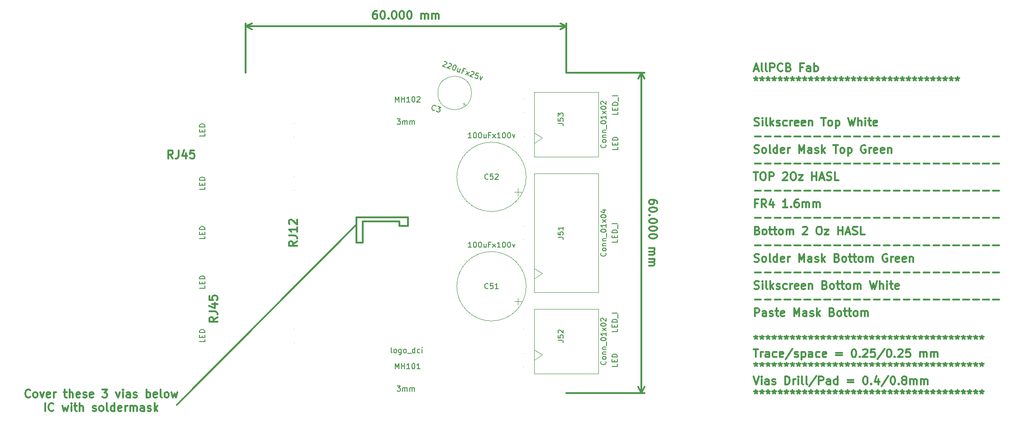
<source format=gbr>
G04 #@! TF.GenerationSoftware,KiCad,Pcbnew,5.0.0-fee4fd1~66~ubuntu16.04.1*
G04 #@! TF.CreationDate,2018-10-25T21:56:12-03:00*
G04 #@! TF.ProjectId,pap,7061702E6B696361645F706362000000,1.0*
G04 #@! TF.SameCoordinates,Original*
G04 #@! TF.FileFunction,Other,Fab,Top*
%FSLAX46Y46*%
G04 Gerber Fmt 4.6, Leading zero omitted, Abs format (unit mm)*
G04 Created by KiCad (PCBNEW 5.0.0-fee4fd1~66~ubuntu16.04.1) date Thu Oct 25 21:56:12 2018*
%MOMM*%
%LPD*%
G01*
G04 APERTURE LIST*
%ADD10C,0.300000*%
%ADD11C,0.100000*%
%ADD12C,0.150000*%
%ADD13C,0.304800*%
G04 APERTURE END LIST*
D10*
X113230310Y-109549079D02*
X113230310Y-110949079D01*
X113430310Y-109549079D02*
X113230310Y-109549079D01*
X122830310Y-109549079D02*
X113430310Y-109549079D01*
X122830310Y-111149079D02*
X122830310Y-109549079D01*
X121230310Y-111149079D02*
X122830310Y-111149079D01*
X121230310Y-110349079D02*
X121230310Y-111149079D01*
X114430310Y-110349079D02*
X121230310Y-110349079D01*
X114430310Y-114349079D02*
X114430310Y-110349079D01*
X113230310Y-114349079D02*
X114430310Y-114349079D01*
X113230310Y-110949079D02*
X113230310Y-114349079D01*
X79630310Y-144749079D02*
X113230310Y-110949079D01*
X52144595Y-143209793D02*
X52073167Y-143281221D01*
X51858881Y-143352650D01*
X51716024Y-143352650D01*
X51501738Y-143281221D01*
X51358881Y-143138364D01*
X51287452Y-142995507D01*
X51216024Y-142709793D01*
X51216024Y-142495507D01*
X51287452Y-142209793D01*
X51358881Y-142066936D01*
X51501738Y-141924079D01*
X51716024Y-141852650D01*
X51858881Y-141852650D01*
X52073167Y-141924079D01*
X52144595Y-141995507D01*
X53001738Y-143352650D02*
X52858881Y-143281221D01*
X52787452Y-143209793D01*
X52716024Y-143066936D01*
X52716024Y-142638364D01*
X52787452Y-142495507D01*
X52858881Y-142424079D01*
X53001738Y-142352650D01*
X53216024Y-142352650D01*
X53358881Y-142424079D01*
X53430310Y-142495507D01*
X53501738Y-142638364D01*
X53501738Y-143066936D01*
X53430310Y-143209793D01*
X53358881Y-143281221D01*
X53216024Y-143352650D01*
X53001738Y-143352650D01*
X54001738Y-142352650D02*
X54358881Y-143352650D01*
X54716024Y-142352650D01*
X55858881Y-143281221D02*
X55716024Y-143352650D01*
X55430310Y-143352650D01*
X55287452Y-143281221D01*
X55216024Y-143138364D01*
X55216024Y-142566936D01*
X55287452Y-142424079D01*
X55430310Y-142352650D01*
X55716024Y-142352650D01*
X55858881Y-142424079D01*
X55930310Y-142566936D01*
X55930310Y-142709793D01*
X55216024Y-142852650D01*
X56573167Y-143352650D02*
X56573167Y-142352650D01*
X56573167Y-142638364D02*
X56644595Y-142495507D01*
X56716024Y-142424079D01*
X56858881Y-142352650D01*
X57001738Y-142352650D01*
X58430310Y-142352650D02*
X59001738Y-142352650D01*
X58644595Y-141852650D02*
X58644595Y-143138364D01*
X58716024Y-143281221D01*
X58858881Y-143352650D01*
X59001738Y-143352650D01*
X59501738Y-143352650D02*
X59501738Y-141852650D01*
X60144595Y-143352650D02*
X60144595Y-142566936D01*
X60073167Y-142424079D01*
X59930310Y-142352650D01*
X59716024Y-142352650D01*
X59573167Y-142424079D01*
X59501738Y-142495507D01*
X61430310Y-143281221D02*
X61287452Y-143352650D01*
X61001738Y-143352650D01*
X60858881Y-143281221D01*
X60787452Y-143138364D01*
X60787452Y-142566936D01*
X60858881Y-142424079D01*
X61001738Y-142352650D01*
X61287452Y-142352650D01*
X61430310Y-142424079D01*
X61501738Y-142566936D01*
X61501738Y-142709793D01*
X60787452Y-142852650D01*
X62073167Y-143281221D02*
X62216024Y-143352650D01*
X62501738Y-143352650D01*
X62644595Y-143281221D01*
X62716024Y-143138364D01*
X62716024Y-143066936D01*
X62644595Y-142924079D01*
X62501738Y-142852650D01*
X62287452Y-142852650D01*
X62144595Y-142781221D01*
X62073167Y-142638364D01*
X62073167Y-142566936D01*
X62144595Y-142424079D01*
X62287452Y-142352650D01*
X62501738Y-142352650D01*
X62644595Y-142424079D01*
X63930310Y-143281221D02*
X63787452Y-143352650D01*
X63501738Y-143352650D01*
X63358881Y-143281221D01*
X63287452Y-143138364D01*
X63287452Y-142566936D01*
X63358881Y-142424079D01*
X63501738Y-142352650D01*
X63787452Y-142352650D01*
X63930310Y-142424079D01*
X64001738Y-142566936D01*
X64001738Y-142709793D01*
X63287452Y-142852650D01*
X65644595Y-141852650D02*
X66573167Y-141852650D01*
X66073167Y-142424079D01*
X66287452Y-142424079D01*
X66430310Y-142495507D01*
X66501738Y-142566936D01*
X66573167Y-142709793D01*
X66573167Y-143066936D01*
X66501738Y-143209793D01*
X66430310Y-143281221D01*
X66287452Y-143352650D01*
X65858881Y-143352650D01*
X65716024Y-143281221D01*
X65644595Y-143209793D01*
X68216024Y-142352650D02*
X68573167Y-143352650D01*
X68930310Y-142352650D01*
X69501738Y-143352650D02*
X69501738Y-142352650D01*
X69501738Y-141852650D02*
X69430310Y-141924079D01*
X69501738Y-141995507D01*
X69573167Y-141924079D01*
X69501738Y-141852650D01*
X69501738Y-141995507D01*
X70858881Y-143352650D02*
X70858881Y-142566936D01*
X70787452Y-142424079D01*
X70644595Y-142352650D01*
X70358881Y-142352650D01*
X70216024Y-142424079D01*
X70858881Y-143281221D02*
X70716024Y-143352650D01*
X70358881Y-143352650D01*
X70216024Y-143281221D01*
X70144595Y-143138364D01*
X70144595Y-142995507D01*
X70216024Y-142852650D01*
X70358881Y-142781221D01*
X70716024Y-142781221D01*
X70858881Y-142709793D01*
X71501738Y-143281221D02*
X71644595Y-143352650D01*
X71930310Y-143352650D01*
X72073167Y-143281221D01*
X72144595Y-143138364D01*
X72144595Y-143066936D01*
X72073167Y-142924079D01*
X71930310Y-142852650D01*
X71716024Y-142852650D01*
X71573167Y-142781221D01*
X71501738Y-142638364D01*
X71501738Y-142566936D01*
X71573167Y-142424079D01*
X71716024Y-142352650D01*
X71930310Y-142352650D01*
X72073167Y-142424079D01*
X73930310Y-143352650D02*
X73930310Y-141852650D01*
X73930310Y-142424079D02*
X74073167Y-142352650D01*
X74358881Y-142352650D01*
X74501738Y-142424079D01*
X74573167Y-142495507D01*
X74644595Y-142638364D01*
X74644595Y-143066936D01*
X74573167Y-143209793D01*
X74501738Y-143281221D01*
X74358881Y-143352650D01*
X74073167Y-143352650D01*
X73930310Y-143281221D01*
X75858881Y-143281221D02*
X75716024Y-143352650D01*
X75430310Y-143352650D01*
X75287452Y-143281221D01*
X75216024Y-143138364D01*
X75216024Y-142566936D01*
X75287452Y-142424079D01*
X75430310Y-142352650D01*
X75716024Y-142352650D01*
X75858881Y-142424079D01*
X75930310Y-142566936D01*
X75930310Y-142709793D01*
X75216024Y-142852650D01*
X76787452Y-143352650D02*
X76644595Y-143281221D01*
X76573167Y-143138364D01*
X76573167Y-141852650D01*
X77573167Y-143352650D02*
X77430310Y-143281221D01*
X77358881Y-143209793D01*
X77287452Y-143066936D01*
X77287452Y-142638364D01*
X77358881Y-142495507D01*
X77430310Y-142424079D01*
X77573167Y-142352650D01*
X77787452Y-142352650D01*
X77930310Y-142424079D01*
X78001738Y-142495507D01*
X78073167Y-142638364D01*
X78073167Y-143066936D01*
X78001738Y-143209793D01*
X77930310Y-143281221D01*
X77787452Y-143352650D01*
X77573167Y-143352650D01*
X78573167Y-142352650D02*
X78858881Y-143352650D01*
X79144595Y-142638364D01*
X79430310Y-143352650D01*
X79716024Y-142352650D01*
X54930310Y-145902650D02*
X54930310Y-144402650D01*
X56501738Y-145759793D02*
X56430310Y-145831221D01*
X56216024Y-145902650D01*
X56073167Y-145902650D01*
X55858881Y-145831221D01*
X55716024Y-145688364D01*
X55644595Y-145545507D01*
X55573167Y-145259793D01*
X55573167Y-145045507D01*
X55644595Y-144759793D01*
X55716024Y-144616936D01*
X55858881Y-144474079D01*
X56073167Y-144402650D01*
X56216024Y-144402650D01*
X56430310Y-144474079D01*
X56501738Y-144545507D01*
X58144595Y-144902650D02*
X58430310Y-145902650D01*
X58716024Y-145188364D01*
X59001738Y-145902650D01*
X59287452Y-144902650D01*
X59858881Y-145902650D02*
X59858881Y-144902650D01*
X59858881Y-144402650D02*
X59787452Y-144474079D01*
X59858881Y-144545507D01*
X59930310Y-144474079D01*
X59858881Y-144402650D01*
X59858881Y-144545507D01*
X60358881Y-144902650D02*
X60930310Y-144902650D01*
X60573167Y-144402650D02*
X60573167Y-145688364D01*
X60644595Y-145831221D01*
X60787452Y-145902650D01*
X60930310Y-145902650D01*
X61430310Y-145902650D02*
X61430310Y-144402650D01*
X62073167Y-145902650D02*
X62073167Y-145116936D01*
X62001738Y-144974079D01*
X61858881Y-144902650D01*
X61644595Y-144902650D01*
X61501738Y-144974079D01*
X61430310Y-145045507D01*
X63858881Y-145831221D02*
X64001738Y-145902650D01*
X64287452Y-145902650D01*
X64430310Y-145831221D01*
X64501738Y-145688364D01*
X64501738Y-145616936D01*
X64430310Y-145474079D01*
X64287452Y-145402650D01*
X64073167Y-145402650D01*
X63930310Y-145331221D01*
X63858881Y-145188364D01*
X63858881Y-145116936D01*
X63930310Y-144974079D01*
X64073167Y-144902650D01*
X64287452Y-144902650D01*
X64430310Y-144974079D01*
X65358881Y-145902650D02*
X65216024Y-145831221D01*
X65144595Y-145759793D01*
X65073167Y-145616936D01*
X65073167Y-145188364D01*
X65144595Y-145045507D01*
X65216024Y-144974079D01*
X65358881Y-144902650D01*
X65573167Y-144902650D01*
X65716024Y-144974079D01*
X65787452Y-145045507D01*
X65858881Y-145188364D01*
X65858881Y-145616936D01*
X65787452Y-145759793D01*
X65716024Y-145831221D01*
X65573167Y-145902650D01*
X65358881Y-145902650D01*
X66716024Y-145902650D02*
X66573167Y-145831221D01*
X66501738Y-145688364D01*
X66501738Y-144402650D01*
X67930310Y-145902650D02*
X67930310Y-144402650D01*
X67930310Y-145831221D02*
X67787452Y-145902650D01*
X67501738Y-145902650D01*
X67358881Y-145831221D01*
X67287452Y-145759793D01*
X67216024Y-145616936D01*
X67216024Y-145188364D01*
X67287452Y-145045507D01*
X67358881Y-144974079D01*
X67501738Y-144902650D01*
X67787452Y-144902650D01*
X67930310Y-144974079D01*
X69216024Y-145831221D02*
X69073167Y-145902650D01*
X68787452Y-145902650D01*
X68644595Y-145831221D01*
X68573167Y-145688364D01*
X68573167Y-145116936D01*
X68644595Y-144974079D01*
X68787452Y-144902650D01*
X69073167Y-144902650D01*
X69216024Y-144974079D01*
X69287452Y-145116936D01*
X69287452Y-145259793D01*
X68573167Y-145402650D01*
X69930310Y-145902650D02*
X69930310Y-144902650D01*
X69930310Y-145188364D02*
X70001738Y-145045507D01*
X70073167Y-144974079D01*
X70216024Y-144902650D01*
X70358881Y-144902650D01*
X70858881Y-145902650D02*
X70858881Y-144902650D01*
X70858881Y-145045507D02*
X70930310Y-144974079D01*
X71073167Y-144902650D01*
X71287452Y-144902650D01*
X71430310Y-144974079D01*
X71501738Y-145116936D01*
X71501738Y-145902650D01*
X71501738Y-145116936D02*
X71573167Y-144974079D01*
X71716024Y-144902650D01*
X71930310Y-144902650D01*
X72073167Y-144974079D01*
X72144595Y-145116936D01*
X72144595Y-145902650D01*
X73501738Y-145902650D02*
X73501738Y-145116936D01*
X73430310Y-144974079D01*
X73287452Y-144902650D01*
X73001738Y-144902650D01*
X72858881Y-144974079D01*
X73501738Y-145831221D02*
X73358881Y-145902650D01*
X73001738Y-145902650D01*
X72858881Y-145831221D01*
X72787452Y-145688364D01*
X72787452Y-145545507D01*
X72858881Y-145402650D01*
X73001738Y-145331221D01*
X73358881Y-145331221D01*
X73501738Y-145259793D01*
X74144595Y-145831221D02*
X74287452Y-145902650D01*
X74573167Y-145902650D01*
X74716024Y-145831221D01*
X74787452Y-145688364D01*
X74787452Y-145616936D01*
X74716024Y-145474079D01*
X74573167Y-145402650D01*
X74358881Y-145402650D01*
X74216024Y-145331221D01*
X74144595Y-145188364D01*
X74144595Y-145116936D01*
X74216024Y-144974079D01*
X74358881Y-144902650D01*
X74573167Y-144902650D01*
X74716024Y-144974079D01*
X75430310Y-145902650D02*
X75430310Y-144402650D01*
X75573167Y-145331221D02*
X76001738Y-145902650D01*
X76001738Y-144902650D02*
X75430310Y-145474079D01*
X187711024Y-81799079D02*
X188425310Y-81799079D01*
X187568167Y-82227650D02*
X188068167Y-80727650D01*
X188568167Y-82227650D01*
X189282452Y-82227650D02*
X189139595Y-82156221D01*
X189068167Y-82013364D01*
X189068167Y-80727650D01*
X190068167Y-82227650D02*
X189925310Y-82156221D01*
X189853881Y-82013364D01*
X189853881Y-80727650D01*
X190639595Y-82227650D02*
X190639595Y-80727650D01*
X191211024Y-80727650D01*
X191353881Y-80799079D01*
X191425310Y-80870507D01*
X191496738Y-81013364D01*
X191496738Y-81227650D01*
X191425310Y-81370507D01*
X191353881Y-81441936D01*
X191211024Y-81513364D01*
X190639595Y-81513364D01*
X192996738Y-82084793D02*
X192925310Y-82156221D01*
X192711024Y-82227650D01*
X192568167Y-82227650D01*
X192353881Y-82156221D01*
X192211024Y-82013364D01*
X192139595Y-81870507D01*
X192068167Y-81584793D01*
X192068167Y-81370507D01*
X192139595Y-81084793D01*
X192211024Y-80941936D01*
X192353881Y-80799079D01*
X192568167Y-80727650D01*
X192711024Y-80727650D01*
X192925310Y-80799079D01*
X192996738Y-80870507D01*
X194139595Y-81441936D02*
X194353881Y-81513364D01*
X194425310Y-81584793D01*
X194496738Y-81727650D01*
X194496738Y-81941936D01*
X194425310Y-82084793D01*
X194353881Y-82156221D01*
X194211024Y-82227650D01*
X193639595Y-82227650D01*
X193639595Y-80727650D01*
X194139595Y-80727650D01*
X194282452Y-80799079D01*
X194353881Y-80870507D01*
X194425310Y-81013364D01*
X194425310Y-81156221D01*
X194353881Y-81299079D01*
X194282452Y-81370507D01*
X194139595Y-81441936D01*
X193639595Y-81441936D01*
X196782452Y-81441936D02*
X196282452Y-81441936D01*
X196282452Y-82227650D02*
X196282452Y-80727650D01*
X196996738Y-80727650D01*
X198211024Y-82227650D02*
X198211024Y-81441936D01*
X198139595Y-81299079D01*
X197996738Y-81227650D01*
X197711024Y-81227650D01*
X197568167Y-81299079D01*
X198211024Y-82156221D02*
X198068167Y-82227650D01*
X197711024Y-82227650D01*
X197568167Y-82156221D01*
X197496738Y-82013364D01*
X197496738Y-81870507D01*
X197568167Y-81727650D01*
X197711024Y-81656221D01*
X198068167Y-81656221D01*
X198211024Y-81584793D01*
X198925310Y-82227650D02*
X198925310Y-80727650D01*
X198925310Y-81299079D02*
X199068167Y-81227650D01*
X199353881Y-81227650D01*
X199496738Y-81299079D01*
X199568167Y-81370507D01*
X199639595Y-81513364D01*
X199639595Y-81941936D01*
X199568167Y-82084793D01*
X199496738Y-82156221D01*
X199353881Y-82227650D01*
X199068167Y-82227650D01*
X198925310Y-82156221D01*
X187996738Y-83277650D02*
X187996738Y-83634793D01*
X187639595Y-83491936D02*
X187996738Y-83634793D01*
X188353881Y-83491936D01*
X187782452Y-83920507D02*
X187996738Y-83634793D01*
X188211024Y-83920507D01*
X189139595Y-83277650D02*
X189139595Y-83634793D01*
X188782452Y-83491936D02*
X189139595Y-83634793D01*
X189496738Y-83491936D01*
X188925310Y-83920507D02*
X189139595Y-83634793D01*
X189353881Y-83920507D01*
X190282452Y-83277650D02*
X190282452Y-83634793D01*
X189925310Y-83491936D02*
X190282452Y-83634793D01*
X190639595Y-83491936D01*
X190068167Y-83920507D02*
X190282452Y-83634793D01*
X190496738Y-83920507D01*
X191425310Y-83277650D02*
X191425310Y-83634793D01*
X191068167Y-83491936D02*
X191425310Y-83634793D01*
X191782452Y-83491936D01*
X191211024Y-83920507D02*
X191425310Y-83634793D01*
X191639595Y-83920507D01*
X192568167Y-83277650D02*
X192568167Y-83634793D01*
X192211024Y-83491936D02*
X192568167Y-83634793D01*
X192925310Y-83491936D01*
X192353881Y-83920507D02*
X192568167Y-83634793D01*
X192782452Y-83920507D01*
X193711024Y-83277650D02*
X193711024Y-83634793D01*
X193353881Y-83491936D02*
X193711024Y-83634793D01*
X194068167Y-83491936D01*
X193496738Y-83920507D02*
X193711024Y-83634793D01*
X193925310Y-83920507D01*
X194853881Y-83277650D02*
X194853881Y-83634793D01*
X194496738Y-83491936D02*
X194853881Y-83634793D01*
X195211024Y-83491936D01*
X194639595Y-83920507D02*
X194853881Y-83634793D01*
X195068167Y-83920507D01*
X195996738Y-83277650D02*
X195996738Y-83634793D01*
X195639595Y-83491936D02*
X195996738Y-83634793D01*
X196353881Y-83491936D01*
X195782452Y-83920507D02*
X195996738Y-83634793D01*
X196211024Y-83920507D01*
X197139595Y-83277650D02*
X197139595Y-83634793D01*
X196782452Y-83491936D02*
X197139595Y-83634793D01*
X197496738Y-83491936D01*
X196925310Y-83920507D02*
X197139595Y-83634793D01*
X197353881Y-83920507D01*
X198282452Y-83277650D02*
X198282452Y-83634793D01*
X197925310Y-83491936D02*
X198282452Y-83634793D01*
X198639595Y-83491936D01*
X198068167Y-83920507D02*
X198282452Y-83634793D01*
X198496738Y-83920507D01*
X199425310Y-83277650D02*
X199425310Y-83634793D01*
X199068167Y-83491936D02*
X199425310Y-83634793D01*
X199782452Y-83491936D01*
X199211024Y-83920507D02*
X199425310Y-83634793D01*
X199639595Y-83920507D01*
X200568167Y-83277650D02*
X200568167Y-83634793D01*
X200211024Y-83491936D02*
X200568167Y-83634793D01*
X200925310Y-83491936D01*
X200353881Y-83920507D02*
X200568167Y-83634793D01*
X200782452Y-83920507D01*
X201711024Y-83277650D02*
X201711024Y-83634793D01*
X201353881Y-83491936D02*
X201711024Y-83634793D01*
X202068167Y-83491936D01*
X201496738Y-83920507D02*
X201711024Y-83634793D01*
X201925310Y-83920507D01*
X202853881Y-83277650D02*
X202853881Y-83634793D01*
X202496738Y-83491936D02*
X202853881Y-83634793D01*
X203211024Y-83491936D01*
X202639595Y-83920507D02*
X202853881Y-83634793D01*
X203068167Y-83920507D01*
X203996738Y-83277650D02*
X203996738Y-83634793D01*
X203639595Y-83491936D02*
X203996738Y-83634793D01*
X204353881Y-83491936D01*
X203782452Y-83920507D02*
X203996738Y-83634793D01*
X204211024Y-83920507D01*
X205139595Y-83277650D02*
X205139595Y-83634793D01*
X204782452Y-83491936D02*
X205139595Y-83634793D01*
X205496738Y-83491936D01*
X204925310Y-83920507D02*
X205139595Y-83634793D01*
X205353881Y-83920507D01*
X206282452Y-83277650D02*
X206282452Y-83634793D01*
X205925310Y-83491936D02*
X206282452Y-83634793D01*
X206639595Y-83491936D01*
X206068167Y-83920507D02*
X206282452Y-83634793D01*
X206496738Y-83920507D01*
X207425310Y-83277650D02*
X207425310Y-83634793D01*
X207068167Y-83491936D02*
X207425310Y-83634793D01*
X207782452Y-83491936D01*
X207211024Y-83920507D02*
X207425310Y-83634793D01*
X207639595Y-83920507D01*
X208568167Y-83277650D02*
X208568167Y-83634793D01*
X208211024Y-83491936D02*
X208568167Y-83634793D01*
X208925310Y-83491936D01*
X208353881Y-83920507D02*
X208568167Y-83634793D01*
X208782452Y-83920507D01*
X209711024Y-83277650D02*
X209711024Y-83634793D01*
X209353881Y-83491936D02*
X209711024Y-83634793D01*
X210068167Y-83491936D01*
X209496738Y-83920507D02*
X209711024Y-83634793D01*
X209925310Y-83920507D01*
X210853881Y-83277650D02*
X210853881Y-83634793D01*
X210496738Y-83491936D02*
X210853881Y-83634793D01*
X211211024Y-83491936D01*
X210639595Y-83920507D02*
X210853881Y-83634793D01*
X211068167Y-83920507D01*
X211996738Y-83277650D02*
X211996738Y-83634793D01*
X211639595Y-83491936D02*
X211996738Y-83634793D01*
X212353881Y-83491936D01*
X211782452Y-83920507D02*
X211996738Y-83634793D01*
X212211024Y-83920507D01*
X213139595Y-83277650D02*
X213139595Y-83634793D01*
X212782452Y-83491936D02*
X213139595Y-83634793D01*
X213496738Y-83491936D01*
X212925310Y-83920507D02*
X213139595Y-83634793D01*
X213353881Y-83920507D01*
X214282452Y-83277650D02*
X214282452Y-83634793D01*
X213925309Y-83491936D02*
X214282452Y-83634793D01*
X214639595Y-83491936D01*
X214068167Y-83920507D02*
X214282452Y-83634793D01*
X214496738Y-83920507D01*
X215425309Y-83277650D02*
X215425309Y-83634793D01*
X215068167Y-83491936D02*
X215425309Y-83634793D01*
X215782452Y-83491936D01*
X215211024Y-83920507D02*
X215425309Y-83634793D01*
X215639595Y-83920507D01*
X216568167Y-83277650D02*
X216568167Y-83634793D01*
X216211024Y-83491936D02*
X216568167Y-83634793D01*
X216925309Y-83491936D01*
X216353881Y-83920507D02*
X216568167Y-83634793D01*
X216782452Y-83920507D01*
X217711024Y-83277650D02*
X217711024Y-83634793D01*
X217353881Y-83491936D02*
X217711024Y-83634793D01*
X218068167Y-83491936D01*
X217496738Y-83920507D02*
X217711024Y-83634793D01*
X217925309Y-83920507D01*
X218853881Y-83277650D02*
X218853881Y-83634793D01*
X218496738Y-83491936D02*
X218853881Y-83634793D01*
X219211024Y-83491936D01*
X218639595Y-83920507D02*
X218853881Y-83634793D01*
X219068167Y-83920507D01*
X219996738Y-83277650D02*
X219996738Y-83634793D01*
X219639595Y-83491936D02*
X219996738Y-83634793D01*
X220353881Y-83491936D01*
X219782452Y-83920507D02*
X219996738Y-83634793D01*
X220211024Y-83920507D01*
X221139595Y-83277650D02*
X221139595Y-83634793D01*
X220782452Y-83491936D02*
X221139595Y-83634793D01*
X221496738Y-83491936D01*
X220925309Y-83920507D02*
X221139595Y-83634793D01*
X221353881Y-83920507D01*
X222282452Y-83277650D02*
X222282452Y-83634793D01*
X221925309Y-83491936D02*
X222282452Y-83634793D01*
X222639595Y-83491936D01*
X222068167Y-83920507D02*
X222282452Y-83634793D01*
X222496738Y-83920507D01*
X223425309Y-83277650D02*
X223425309Y-83634793D01*
X223068167Y-83491936D02*
X223425309Y-83634793D01*
X223782452Y-83491936D01*
X223211024Y-83920507D02*
X223425309Y-83634793D01*
X223639595Y-83920507D01*
X224568167Y-83277650D02*
X224568167Y-83634793D01*
X224211024Y-83491936D02*
X224568167Y-83634793D01*
X224925309Y-83491936D01*
X224353881Y-83920507D02*
X224568167Y-83634793D01*
X224782452Y-83920507D01*
X225711024Y-83277650D02*
X225711024Y-83634793D01*
X225353881Y-83491936D02*
X225711024Y-83634793D01*
X226068167Y-83491936D01*
X225496738Y-83920507D02*
X225711024Y-83634793D01*
X225925309Y-83920507D01*
X187711024Y-92356221D02*
X187925310Y-92427650D01*
X188282452Y-92427650D01*
X188425310Y-92356221D01*
X188496738Y-92284793D01*
X188568167Y-92141936D01*
X188568167Y-91999079D01*
X188496738Y-91856221D01*
X188425310Y-91784793D01*
X188282452Y-91713364D01*
X187996738Y-91641936D01*
X187853881Y-91570507D01*
X187782452Y-91499079D01*
X187711024Y-91356221D01*
X187711024Y-91213364D01*
X187782452Y-91070507D01*
X187853881Y-90999079D01*
X187996738Y-90927650D01*
X188353881Y-90927650D01*
X188568167Y-90999079D01*
X189211024Y-92427650D02*
X189211024Y-91427650D01*
X189211024Y-90927650D02*
X189139595Y-90999079D01*
X189211024Y-91070507D01*
X189282452Y-90999079D01*
X189211024Y-90927650D01*
X189211024Y-91070507D01*
X190139595Y-92427650D02*
X189996738Y-92356221D01*
X189925310Y-92213364D01*
X189925310Y-90927650D01*
X190711024Y-92427650D02*
X190711024Y-90927650D01*
X190853881Y-91856221D02*
X191282452Y-92427650D01*
X191282452Y-91427650D02*
X190711024Y-91999079D01*
X191853881Y-92356221D02*
X191996738Y-92427650D01*
X192282452Y-92427650D01*
X192425310Y-92356221D01*
X192496738Y-92213364D01*
X192496738Y-92141936D01*
X192425310Y-91999079D01*
X192282452Y-91927650D01*
X192068167Y-91927650D01*
X191925310Y-91856221D01*
X191853881Y-91713364D01*
X191853881Y-91641936D01*
X191925310Y-91499079D01*
X192068167Y-91427650D01*
X192282452Y-91427650D01*
X192425310Y-91499079D01*
X193782452Y-92356221D02*
X193639595Y-92427650D01*
X193353881Y-92427650D01*
X193211024Y-92356221D01*
X193139595Y-92284793D01*
X193068167Y-92141936D01*
X193068167Y-91713364D01*
X193139595Y-91570507D01*
X193211024Y-91499079D01*
X193353881Y-91427650D01*
X193639595Y-91427650D01*
X193782452Y-91499079D01*
X194425310Y-92427650D02*
X194425310Y-91427650D01*
X194425310Y-91713364D02*
X194496738Y-91570507D01*
X194568167Y-91499079D01*
X194711024Y-91427650D01*
X194853881Y-91427650D01*
X195925310Y-92356221D02*
X195782452Y-92427650D01*
X195496738Y-92427650D01*
X195353881Y-92356221D01*
X195282452Y-92213364D01*
X195282452Y-91641936D01*
X195353881Y-91499079D01*
X195496738Y-91427650D01*
X195782452Y-91427650D01*
X195925310Y-91499079D01*
X195996738Y-91641936D01*
X195996738Y-91784793D01*
X195282452Y-91927650D01*
X197211024Y-92356221D02*
X197068167Y-92427650D01*
X196782452Y-92427650D01*
X196639595Y-92356221D01*
X196568167Y-92213364D01*
X196568167Y-91641936D01*
X196639595Y-91499079D01*
X196782452Y-91427650D01*
X197068167Y-91427650D01*
X197211024Y-91499079D01*
X197282452Y-91641936D01*
X197282452Y-91784793D01*
X196568167Y-91927650D01*
X197925310Y-91427650D02*
X197925310Y-92427650D01*
X197925310Y-91570507D02*
X197996738Y-91499079D01*
X198139595Y-91427650D01*
X198353881Y-91427650D01*
X198496738Y-91499079D01*
X198568167Y-91641936D01*
X198568167Y-92427650D01*
X200211024Y-90927650D02*
X201068167Y-90927650D01*
X200639595Y-92427650D02*
X200639595Y-90927650D01*
X201782452Y-92427650D02*
X201639595Y-92356221D01*
X201568167Y-92284793D01*
X201496738Y-92141936D01*
X201496738Y-91713364D01*
X201568167Y-91570507D01*
X201639595Y-91499079D01*
X201782452Y-91427650D01*
X201996738Y-91427650D01*
X202139595Y-91499079D01*
X202211024Y-91570507D01*
X202282452Y-91713364D01*
X202282452Y-92141936D01*
X202211024Y-92284793D01*
X202139595Y-92356221D01*
X201996738Y-92427650D01*
X201782452Y-92427650D01*
X202925310Y-91427650D02*
X202925310Y-92927650D01*
X202925310Y-91499079D02*
X203068167Y-91427650D01*
X203353881Y-91427650D01*
X203496738Y-91499079D01*
X203568167Y-91570507D01*
X203639595Y-91713364D01*
X203639595Y-92141936D01*
X203568167Y-92284793D01*
X203496738Y-92356221D01*
X203353881Y-92427650D01*
X203068167Y-92427650D01*
X202925310Y-92356221D01*
X205282452Y-90927650D02*
X205639595Y-92427650D01*
X205925310Y-91356221D01*
X206211024Y-92427650D01*
X206568167Y-90927650D01*
X207139595Y-92427650D02*
X207139595Y-90927650D01*
X207782452Y-92427650D02*
X207782452Y-91641936D01*
X207711024Y-91499079D01*
X207568167Y-91427650D01*
X207353881Y-91427650D01*
X207211024Y-91499079D01*
X207139595Y-91570507D01*
X208496738Y-92427650D02*
X208496738Y-91427650D01*
X208496738Y-90927650D02*
X208425310Y-90999079D01*
X208496738Y-91070507D01*
X208568167Y-90999079D01*
X208496738Y-90927650D01*
X208496738Y-91070507D01*
X208996738Y-91427650D02*
X209568167Y-91427650D01*
X209211024Y-90927650D02*
X209211024Y-92213364D01*
X209282452Y-92356221D01*
X209425310Y-92427650D01*
X209568167Y-92427650D01*
X210639595Y-92356221D02*
X210496738Y-92427650D01*
X210211024Y-92427650D01*
X210068167Y-92356221D01*
X209996738Y-92213364D01*
X209996738Y-91641936D01*
X210068167Y-91499079D01*
X210211024Y-91427650D01*
X210496738Y-91427650D01*
X210639595Y-91499079D01*
X210711024Y-91641936D01*
X210711024Y-91784793D01*
X209996738Y-91927650D01*
X187782452Y-94406221D02*
X188925310Y-94406221D01*
X189639595Y-94406221D02*
X190782452Y-94406221D01*
X191496738Y-94406221D02*
X192639595Y-94406221D01*
X193353881Y-94406221D02*
X194496738Y-94406221D01*
X195211024Y-94406221D02*
X196353881Y-94406221D01*
X197068167Y-94406221D02*
X198211024Y-94406221D01*
X198925310Y-94406221D02*
X200068167Y-94406221D01*
X200782452Y-94406221D02*
X201925310Y-94406221D01*
X202639595Y-94406221D02*
X203782452Y-94406221D01*
X204496738Y-94406221D02*
X205639595Y-94406221D01*
X206353881Y-94406221D02*
X207496738Y-94406221D01*
X208211024Y-94406221D02*
X209353881Y-94406221D01*
X210068167Y-94406221D02*
X211211024Y-94406221D01*
X211925310Y-94406221D02*
X213068167Y-94406221D01*
X213782452Y-94406221D02*
X214925310Y-94406221D01*
X215639595Y-94406221D02*
X216782452Y-94406221D01*
X217496738Y-94406221D02*
X218639595Y-94406221D01*
X219353881Y-94406221D02*
X220496738Y-94406221D01*
X221211024Y-94406221D02*
X222353881Y-94406221D01*
X223068167Y-94406221D02*
X224211024Y-94406221D01*
X224925310Y-94406221D02*
X226068167Y-94406221D01*
X226782452Y-94406221D02*
X227925310Y-94406221D01*
X228639595Y-94406221D02*
X229782452Y-94406221D01*
X230496738Y-94406221D02*
X231639595Y-94406221D01*
X232353881Y-94406221D02*
X233496738Y-94406221D01*
X187711024Y-97456221D02*
X187925310Y-97527650D01*
X188282452Y-97527650D01*
X188425310Y-97456221D01*
X188496738Y-97384793D01*
X188568167Y-97241936D01*
X188568167Y-97099079D01*
X188496738Y-96956221D01*
X188425310Y-96884793D01*
X188282452Y-96813364D01*
X187996738Y-96741936D01*
X187853881Y-96670507D01*
X187782452Y-96599079D01*
X187711024Y-96456221D01*
X187711024Y-96313364D01*
X187782452Y-96170507D01*
X187853881Y-96099079D01*
X187996738Y-96027650D01*
X188353881Y-96027650D01*
X188568167Y-96099079D01*
X189425310Y-97527650D02*
X189282452Y-97456221D01*
X189211024Y-97384793D01*
X189139595Y-97241936D01*
X189139595Y-96813364D01*
X189211024Y-96670507D01*
X189282452Y-96599079D01*
X189425310Y-96527650D01*
X189639595Y-96527650D01*
X189782452Y-96599079D01*
X189853881Y-96670507D01*
X189925310Y-96813364D01*
X189925310Y-97241936D01*
X189853881Y-97384793D01*
X189782452Y-97456221D01*
X189639595Y-97527650D01*
X189425310Y-97527650D01*
X190782452Y-97527650D02*
X190639595Y-97456221D01*
X190568167Y-97313364D01*
X190568167Y-96027650D01*
X191996738Y-97527650D02*
X191996738Y-96027650D01*
X191996738Y-97456221D02*
X191853881Y-97527650D01*
X191568167Y-97527650D01*
X191425310Y-97456221D01*
X191353881Y-97384793D01*
X191282452Y-97241936D01*
X191282452Y-96813364D01*
X191353881Y-96670507D01*
X191425310Y-96599079D01*
X191568167Y-96527650D01*
X191853881Y-96527650D01*
X191996738Y-96599079D01*
X193282452Y-97456221D02*
X193139595Y-97527650D01*
X192853881Y-97527650D01*
X192711024Y-97456221D01*
X192639595Y-97313364D01*
X192639595Y-96741936D01*
X192711024Y-96599079D01*
X192853881Y-96527650D01*
X193139595Y-96527650D01*
X193282452Y-96599079D01*
X193353881Y-96741936D01*
X193353881Y-96884793D01*
X192639595Y-97027650D01*
X193996738Y-97527650D02*
X193996738Y-96527650D01*
X193996738Y-96813364D02*
X194068167Y-96670507D01*
X194139595Y-96599079D01*
X194282452Y-96527650D01*
X194425310Y-96527650D01*
X196068167Y-97527650D02*
X196068167Y-96027650D01*
X196568167Y-97099079D01*
X197068167Y-96027650D01*
X197068167Y-97527650D01*
X198425310Y-97527650D02*
X198425310Y-96741936D01*
X198353881Y-96599079D01*
X198211024Y-96527650D01*
X197925310Y-96527650D01*
X197782452Y-96599079D01*
X198425310Y-97456221D02*
X198282452Y-97527650D01*
X197925310Y-97527650D01*
X197782452Y-97456221D01*
X197711024Y-97313364D01*
X197711024Y-97170507D01*
X197782452Y-97027650D01*
X197925310Y-96956221D01*
X198282452Y-96956221D01*
X198425310Y-96884793D01*
X199068167Y-97456221D02*
X199211024Y-97527650D01*
X199496738Y-97527650D01*
X199639595Y-97456221D01*
X199711024Y-97313364D01*
X199711024Y-97241936D01*
X199639595Y-97099079D01*
X199496738Y-97027650D01*
X199282452Y-97027650D01*
X199139595Y-96956221D01*
X199068167Y-96813364D01*
X199068167Y-96741936D01*
X199139595Y-96599079D01*
X199282452Y-96527650D01*
X199496738Y-96527650D01*
X199639595Y-96599079D01*
X200353881Y-97527650D02*
X200353881Y-96027650D01*
X200496738Y-96956221D02*
X200925310Y-97527650D01*
X200925310Y-96527650D02*
X200353881Y-97099079D01*
X202496738Y-96027650D02*
X203353881Y-96027650D01*
X202925310Y-97527650D02*
X202925310Y-96027650D01*
X204068167Y-97527650D02*
X203925310Y-97456221D01*
X203853881Y-97384793D01*
X203782452Y-97241936D01*
X203782452Y-96813364D01*
X203853881Y-96670507D01*
X203925310Y-96599079D01*
X204068167Y-96527650D01*
X204282452Y-96527650D01*
X204425310Y-96599079D01*
X204496738Y-96670507D01*
X204568167Y-96813364D01*
X204568167Y-97241936D01*
X204496738Y-97384793D01*
X204425310Y-97456221D01*
X204282452Y-97527650D01*
X204068167Y-97527650D01*
X205211024Y-96527650D02*
X205211024Y-98027650D01*
X205211024Y-96599079D02*
X205353881Y-96527650D01*
X205639595Y-96527650D01*
X205782452Y-96599079D01*
X205853881Y-96670507D01*
X205925310Y-96813364D01*
X205925310Y-97241936D01*
X205853881Y-97384793D01*
X205782452Y-97456221D01*
X205639595Y-97527650D01*
X205353881Y-97527650D01*
X205211024Y-97456221D01*
X208496738Y-96099079D02*
X208353881Y-96027650D01*
X208139595Y-96027650D01*
X207925310Y-96099079D01*
X207782452Y-96241936D01*
X207711024Y-96384793D01*
X207639595Y-96670507D01*
X207639595Y-96884793D01*
X207711024Y-97170507D01*
X207782452Y-97313364D01*
X207925310Y-97456221D01*
X208139595Y-97527650D01*
X208282452Y-97527650D01*
X208496738Y-97456221D01*
X208568167Y-97384793D01*
X208568167Y-96884793D01*
X208282452Y-96884793D01*
X209211024Y-97527650D02*
X209211024Y-96527650D01*
X209211024Y-96813364D02*
X209282452Y-96670507D01*
X209353881Y-96599079D01*
X209496738Y-96527650D01*
X209639595Y-96527650D01*
X210711024Y-97456221D02*
X210568167Y-97527650D01*
X210282452Y-97527650D01*
X210139595Y-97456221D01*
X210068167Y-97313364D01*
X210068167Y-96741936D01*
X210139595Y-96599079D01*
X210282452Y-96527650D01*
X210568167Y-96527650D01*
X210711024Y-96599079D01*
X210782452Y-96741936D01*
X210782452Y-96884793D01*
X210068167Y-97027650D01*
X211996738Y-97456221D02*
X211853881Y-97527650D01*
X211568167Y-97527650D01*
X211425310Y-97456221D01*
X211353881Y-97313364D01*
X211353881Y-96741936D01*
X211425310Y-96599079D01*
X211568167Y-96527650D01*
X211853881Y-96527650D01*
X211996738Y-96599079D01*
X212068167Y-96741936D01*
X212068167Y-96884793D01*
X211353881Y-97027650D01*
X212711024Y-96527650D02*
X212711024Y-97527650D01*
X212711024Y-96670507D02*
X212782452Y-96599079D01*
X212925310Y-96527650D01*
X213139595Y-96527650D01*
X213282452Y-96599079D01*
X213353881Y-96741936D01*
X213353881Y-97527650D01*
X187782452Y-99506221D02*
X188925310Y-99506221D01*
X189639595Y-99506221D02*
X190782452Y-99506221D01*
X191496738Y-99506221D02*
X192639595Y-99506221D01*
X193353881Y-99506221D02*
X194496738Y-99506221D01*
X195211024Y-99506221D02*
X196353881Y-99506221D01*
X197068167Y-99506221D02*
X198211024Y-99506221D01*
X198925310Y-99506221D02*
X200068167Y-99506221D01*
X200782452Y-99506221D02*
X201925310Y-99506221D01*
X202639595Y-99506221D02*
X203782452Y-99506221D01*
X204496738Y-99506221D02*
X205639595Y-99506221D01*
X206353881Y-99506221D02*
X207496738Y-99506221D01*
X208211024Y-99506221D02*
X209353881Y-99506221D01*
X210068167Y-99506221D02*
X211211024Y-99506221D01*
X211925310Y-99506221D02*
X213068167Y-99506221D01*
X213782452Y-99506221D02*
X214925310Y-99506221D01*
X215639595Y-99506221D02*
X216782452Y-99506221D01*
X217496738Y-99506221D02*
X218639595Y-99506221D01*
X219353881Y-99506221D02*
X220496738Y-99506221D01*
X221211024Y-99506221D02*
X222353881Y-99506221D01*
X223068167Y-99506221D02*
X224211024Y-99506221D01*
X224925310Y-99506221D02*
X226068167Y-99506221D01*
X226782452Y-99506221D02*
X227925310Y-99506221D01*
X228639595Y-99506221D02*
X229782452Y-99506221D01*
X230496738Y-99506221D02*
X231639595Y-99506221D01*
X232353881Y-99506221D02*
X233496738Y-99506221D01*
X187568167Y-101127650D02*
X188425310Y-101127650D01*
X187996738Y-102627650D02*
X187996738Y-101127650D01*
X189211024Y-101127650D02*
X189496738Y-101127650D01*
X189639595Y-101199079D01*
X189782452Y-101341936D01*
X189853881Y-101627650D01*
X189853881Y-102127650D01*
X189782452Y-102413364D01*
X189639595Y-102556221D01*
X189496738Y-102627650D01*
X189211024Y-102627650D01*
X189068167Y-102556221D01*
X188925310Y-102413364D01*
X188853881Y-102127650D01*
X188853881Y-101627650D01*
X188925310Y-101341936D01*
X189068167Y-101199079D01*
X189211024Y-101127650D01*
X190496738Y-102627650D02*
X190496738Y-101127650D01*
X191068167Y-101127650D01*
X191211024Y-101199079D01*
X191282452Y-101270507D01*
X191353881Y-101413364D01*
X191353881Y-101627650D01*
X191282452Y-101770507D01*
X191211024Y-101841936D01*
X191068167Y-101913364D01*
X190496738Y-101913364D01*
X193068167Y-101270507D02*
X193139595Y-101199079D01*
X193282452Y-101127650D01*
X193639595Y-101127650D01*
X193782452Y-101199079D01*
X193853881Y-101270507D01*
X193925310Y-101413364D01*
X193925310Y-101556221D01*
X193853881Y-101770507D01*
X192996738Y-102627650D01*
X193925310Y-102627650D01*
X194853881Y-101127650D02*
X195139595Y-101127650D01*
X195282452Y-101199079D01*
X195425310Y-101341936D01*
X195496738Y-101627650D01*
X195496738Y-102127650D01*
X195425310Y-102413364D01*
X195282452Y-102556221D01*
X195139595Y-102627650D01*
X194853881Y-102627650D01*
X194711024Y-102556221D01*
X194568167Y-102413364D01*
X194496738Y-102127650D01*
X194496738Y-101627650D01*
X194568167Y-101341936D01*
X194711024Y-101199079D01*
X194853881Y-101127650D01*
X195996738Y-101627650D02*
X196782452Y-101627650D01*
X195996738Y-102627650D01*
X196782452Y-102627650D01*
X198496738Y-102627650D02*
X198496738Y-101127650D01*
X198496738Y-101841936D02*
X199353881Y-101841936D01*
X199353881Y-102627650D02*
X199353881Y-101127650D01*
X199996738Y-102199079D02*
X200711024Y-102199079D01*
X199853881Y-102627650D02*
X200353881Y-101127650D01*
X200853881Y-102627650D01*
X201282452Y-102556221D02*
X201496738Y-102627650D01*
X201853881Y-102627650D01*
X201996738Y-102556221D01*
X202068167Y-102484793D01*
X202139595Y-102341936D01*
X202139595Y-102199079D01*
X202068167Y-102056221D01*
X201996738Y-101984793D01*
X201853881Y-101913364D01*
X201568167Y-101841936D01*
X201425310Y-101770507D01*
X201353881Y-101699079D01*
X201282452Y-101556221D01*
X201282452Y-101413364D01*
X201353881Y-101270507D01*
X201425310Y-101199079D01*
X201568167Y-101127650D01*
X201925310Y-101127650D01*
X202139595Y-101199079D01*
X203496738Y-102627650D02*
X202782452Y-102627650D01*
X202782452Y-101127650D01*
X187782452Y-104606221D02*
X188925310Y-104606221D01*
X189639595Y-104606221D02*
X190782452Y-104606221D01*
X191496738Y-104606221D02*
X192639595Y-104606221D01*
X193353881Y-104606221D02*
X194496738Y-104606221D01*
X195211024Y-104606221D02*
X196353881Y-104606221D01*
X197068167Y-104606221D02*
X198211024Y-104606221D01*
X198925310Y-104606221D02*
X200068167Y-104606221D01*
X200782452Y-104606221D02*
X201925310Y-104606221D01*
X202639595Y-104606221D02*
X203782452Y-104606221D01*
X204496738Y-104606221D02*
X205639595Y-104606221D01*
X206353881Y-104606221D02*
X207496738Y-104606221D01*
X208211024Y-104606221D02*
X209353881Y-104606221D01*
X210068167Y-104606221D02*
X211211024Y-104606221D01*
X211925310Y-104606221D02*
X213068167Y-104606221D01*
X213782452Y-104606221D02*
X214925310Y-104606221D01*
X215639595Y-104606221D02*
X216782452Y-104606221D01*
X217496738Y-104606221D02*
X218639595Y-104606221D01*
X219353881Y-104606221D02*
X220496738Y-104606221D01*
X221211024Y-104606221D02*
X222353881Y-104606221D01*
X223068167Y-104606221D02*
X224211024Y-104606221D01*
X224925310Y-104606221D02*
X226068167Y-104606221D01*
X226782452Y-104606221D02*
X227925310Y-104606221D01*
X228639595Y-104606221D02*
X229782452Y-104606221D01*
X230496738Y-104606221D02*
X231639595Y-104606221D01*
X232353881Y-104606221D02*
X233496738Y-104606221D01*
X188282452Y-106941936D02*
X187782452Y-106941936D01*
X187782452Y-107727650D02*
X187782452Y-106227650D01*
X188496738Y-106227650D01*
X189925310Y-107727650D02*
X189425310Y-107013364D01*
X189068167Y-107727650D02*
X189068167Y-106227650D01*
X189639595Y-106227650D01*
X189782452Y-106299079D01*
X189853881Y-106370507D01*
X189925310Y-106513364D01*
X189925310Y-106727650D01*
X189853881Y-106870507D01*
X189782452Y-106941936D01*
X189639595Y-107013364D01*
X189068167Y-107013364D01*
X191211024Y-106727650D02*
X191211024Y-107727650D01*
X190853881Y-106156221D02*
X190496738Y-107227650D01*
X191425310Y-107227650D01*
X193925310Y-107727650D02*
X193068167Y-107727650D01*
X193496738Y-107727650D02*
X193496738Y-106227650D01*
X193353881Y-106441936D01*
X193211024Y-106584793D01*
X193068167Y-106656221D01*
X194568167Y-107584793D02*
X194639595Y-107656221D01*
X194568167Y-107727650D01*
X194496738Y-107656221D01*
X194568167Y-107584793D01*
X194568167Y-107727650D01*
X195925310Y-106227650D02*
X195639595Y-106227650D01*
X195496738Y-106299079D01*
X195425310Y-106370507D01*
X195282452Y-106584793D01*
X195211024Y-106870507D01*
X195211024Y-107441936D01*
X195282452Y-107584793D01*
X195353881Y-107656221D01*
X195496738Y-107727650D01*
X195782452Y-107727650D01*
X195925310Y-107656221D01*
X195996738Y-107584793D01*
X196068167Y-107441936D01*
X196068167Y-107084793D01*
X195996738Y-106941936D01*
X195925310Y-106870507D01*
X195782452Y-106799079D01*
X195496738Y-106799079D01*
X195353881Y-106870507D01*
X195282452Y-106941936D01*
X195211024Y-107084793D01*
X196711024Y-107727650D02*
X196711024Y-106727650D01*
X196711024Y-106870507D02*
X196782452Y-106799079D01*
X196925310Y-106727650D01*
X197139595Y-106727650D01*
X197282452Y-106799079D01*
X197353881Y-106941936D01*
X197353881Y-107727650D01*
X197353881Y-106941936D02*
X197425310Y-106799079D01*
X197568167Y-106727650D01*
X197782452Y-106727650D01*
X197925310Y-106799079D01*
X197996738Y-106941936D01*
X197996738Y-107727650D01*
X198711024Y-107727650D02*
X198711024Y-106727650D01*
X198711024Y-106870507D02*
X198782452Y-106799079D01*
X198925310Y-106727650D01*
X199139595Y-106727650D01*
X199282452Y-106799079D01*
X199353881Y-106941936D01*
X199353881Y-107727650D01*
X199353881Y-106941936D02*
X199425310Y-106799079D01*
X199568167Y-106727650D01*
X199782452Y-106727650D01*
X199925310Y-106799079D01*
X199996738Y-106941936D01*
X199996738Y-107727650D01*
X187782452Y-109706221D02*
X188925310Y-109706221D01*
X189639595Y-109706221D02*
X190782452Y-109706221D01*
X191496738Y-109706221D02*
X192639595Y-109706221D01*
X193353881Y-109706221D02*
X194496738Y-109706221D01*
X195211024Y-109706221D02*
X196353881Y-109706221D01*
X197068167Y-109706221D02*
X198211024Y-109706221D01*
X198925310Y-109706221D02*
X200068167Y-109706221D01*
X200782452Y-109706221D02*
X201925310Y-109706221D01*
X202639595Y-109706221D02*
X203782452Y-109706221D01*
X204496738Y-109706221D02*
X205639595Y-109706221D01*
X206353881Y-109706221D02*
X207496738Y-109706221D01*
X208211024Y-109706221D02*
X209353881Y-109706221D01*
X210068167Y-109706221D02*
X211211024Y-109706221D01*
X211925310Y-109706221D02*
X213068167Y-109706221D01*
X213782452Y-109706221D02*
X214925310Y-109706221D01*
X215639595Y-109706221D02*
X216782452Y-109706221D01*
X217496738Y-109706221D02*
X218639595Y-109706221D01*
X219353881Y-109706221D02*
X220496738Y-109706221D01*
X221211024Y-109706221D02*
X222353881Y-109706221D01*
X223068167Y-109706221D02*
X224211024Y-109706221D01*
X224925310Y-109706221D02*
X226068167Y-109706221D01*
X226782452Y-109706221D02*
X227925310Y-109706221D01*
X228639595Y-109706221D02*
X229782452Y-109706221D01*
X230496738Y-109706221D02*
X231639595Y-109706221D01*
X232353881Y-109706221D02*
X233496738Y-109706221D01*
X188282452Y-112041936D02*
X188496738Y-112113364D01*
X188568167Y-112184793D01*
X188639595Y-112327650D01*
X188639595Y-112541936D01*
X188568167Y-112684793D01*
X188496738Y-112756221D01*
X188353881Y-112827650D01*
X187782452Y-112827650D01*
X187782452Y-111327650D01*
X188282452Y-111327650D01*
X188425310Y-111399079D01*
X188496738Y-111470507D01*
X188568167Y-111613364D01*
X188568167Y-111756221D01*
X188496738Y-111899079D01*
X188425310Y-111970507D01*
X188282452Y-112041936D01*
X187782452Y-112041936D01*
X189496738Y-112827650D02*
X189353881Y-112756221D01*
X189282452Y-112684793D01*
X189211024Y-112541936D01*
X189211024Y-112113364D01*
X189282452Y-111970507D01*
X189353881Y-111899079D01*
X189496738Y-111827650D01*
X189711024Y-111827650D01*
X189853881Y-111899079D01*
X189925310Y-111970507D01*
X189996738Y-112113364D01*
X189996738Y-112541936D01*
X189925310Y-112684793D01*
X189853881Y-112756221D01*
X189711024Y-112827650D01*
X189496738Y-112827650D01*
X190425310Y-111827650D02*
X190996738Y-111827650D01*
X190639595Y-111327650D02*
X190639595Y-112613364D01*
X190711024Y-112756221D01*
X190853881Y-112827650D01*
X190996738Y-112827650D01*
X191282452Y-111827650D02*
X191853881Y-111827650D01*
X191496738Y-111327650D02*
X191496738Y-112613364D01*
X191568167Y-112756221D01*
X191711024Y-112827650D01*
X191853881Y-112827650D01*
X192568167Y-112827650D02*
X192425310Y-112756221D01*
X192353881Y-112684793D01*
X192282452Y-112541936D01*
X192282452Y-112113364D01*
X192353881Y-111970507D01*
X192425310Y-111899079D01*
X192568167Y-111827650D01*
X192782452Y-111827650D01*
X192925310Y-111899079D01*
X192996738Y-111970507D01*
X193068167Y-112113364D01*
X193068167Y-112541936D01*
X192996738Y-112684793D01*
X192925310Y-112756221D01*
X192782452Y-112827650D01*
X192568167Y-112827650D01*
X193711024Y-112827650D02*
X193711024Y-111827650D01*
X193711024Y-111970507D02*
X193782452Y-111899079D01*
X193925310Y-111827650D01*
X194139595Y-111827650D01*
X194282452Y-111899079D01*
X194353881Y-112041936D01*
X194353881Y-112827650D01*
X194353881Y-112041936D02*
X194425310Y-111899079D01*
X194568167Y-111827650D01*
X194782452Y-111827650D01*
X194925310Y-111899079D01*
X194996738Y-112041936D01*
X194996738Y-112827650D01*
X196782452Y-111470507D02*
X196853881Y-111399079D01*
X196996738Y-111327650D01*
X197353881Y-111327650D01*
X197496738Y-111399079D01*
X197568167Y-111470507D01*
X197639595Y-111613364D01*
X197639595Y-111756221D01*
X197568167Y-111970507D01*
X196711024Y-112827650D01*
X197639595Y-112827650D01*
X199711024Y-111327650D02*
X199996738Y-111327650D01*
X200139595Y-111399079D01*
X200282452Y-111541936D01*
X200353881Y-111827650D01*
X200353881Y-112327650D01*
X200282452Y-112613364D01*
X200139595Y-112756221D01*
X199996738Y-112827650D01*
X199711024Y-112827650D01*
X199568167Y-112756221D01*
X199425310Y-112613364D01*
X199353881Y-112327650D01*
X199353881Y-111827650D01*
X199425310Y-111541936D01*
X199568167Y-111399079D01*
X199711024Y-111327650D01*
X200853881Y-111827650D02*
X201639595Y-111827650D01*
X200853881Y-112827650D01*
X201639595Y-112827650D01*
X203353881Y-112827650D02*
X203353881Y-111327650D01*
X203353881Y-112041936D02*
X204211024Y-112041936D01*
X204211024Y-112827650D02*
X204211024Y-111327650D01*
X204853881Y-112399079D02*
X205568167Y-112399079D01*
X204711024Y-112827650D02*
X205211024Y-111327650D01*
X205711024Y-112827650D01*
X206139595Y-112756221D02*
X206353881Y-112827650D01*
X206711024Y-112827650D01*
X206853881Y-112756221D01*
X206925310Y-112684793D01*
X206996738Y-112541936D01*
X206996738Y-112399079D01*
X206925310Y-112256221D01*
X206853881Y-112184793D01*
X206711024Y-112113364D01*
X206425310Y-112041936D01*
X206282452Y-111970507D01*
X206211024Y-111899079D01*
X206139595Y-111756221D01*
X206139595Y-111613364D01*
X206211024Y-111470507D01*
X206282452Y-111399079D01*
X206425310Y-111327650D01*
X206782452Y-111327650D01*
X206996738Y-111399079D01*
X208353881Y-112827650D02*
X207639595Y-112827650D01*
X207639595Y-111327650D01*
X187782452Y-114806221D02*
X188925310Y-114806221D01*
X189639595Y-114806221D02*
X190782452Y-114806221D01*
X191496738Y-114806221D02*
X192639595Y-114806221D01*
X193353881Y-114806221D02*
X194496738Y-114806221D01*
X195211024Y-114806221D02*
X196353881Y-114806221D01*
X197068167Y-114806221D02*
X198211024Y-114806221D01*
X198925310Y-114806221D02*
X200068167Y-114806221D01*
X200782452Y-114806221D02*
X201925310Y-114806221D01*
X202639595Y-114806221D02*
X203782452Y-114806221D01*
X204496738Y-114806221D02*
X205639595Y-114806221D01*
X206353881Y-114806221D02*
X207496738Y-114806221D01*
X208211024Y-114806221D02*
X209353881Y-114806221D01*
X210068167Y-114806221D02*
X211211024Y-114806221D01*
X211925310Y-114806221D02*
X213068167Y-114806221D01*
X213782452Y-114806221D02*
X214925310Y-114806221D01*
X215639595Y-114806221D02*
X216782452Y-114806221D01*
X217496738Y-114806221D02*
X218639595Y-114806221D01*
X219353881Y-114806221D02*
X220496738Y-114806221D01*
X221211024Y-114806221D02*
X222353881Y-114806221D01*
X223068167Y-114806221D02*
X224211024Y-114806221D01*
X224925310Y-114806221D02*
X226068167Y-114806221D01*
X226782452Y-114806221D02*
X227925310Y-114806221D01*
X228639595Y-114806221D02*
X229782452Y-114806221D01*
X230496738Y-114806221D02*
X231639595Y-114806221D01*
X232353881Y-114806221D02*
X233496738Y-114806221D01*
X187711024Y-117856221D02*
X187925310Y-117927650D01*
X188282452Y-117927650D01*
X188425310Y-117856221D01*
X188496738Y-117784793D01*
X188568167Y-117641936D01*
X188568167Y-117499079D01*
X188496738Y-117356221D01*
X188425310Y-117284793D01*
X188282452Y-117213364D01*
X187996738Y-117141936D01*
X187853881Y-117070507D01*
X187782452Y-116999079D01*
X187711024Y-116856221D01*
X187711024Y-116713364D01*
X187782452Y-116570507D01*
X187853881Y-116499079D01*
X187996738Y-116427650D01*
X188353881Y-116427650D01*
X188568167Y-116499079D01*
X189425310Y-117927650D02*
X189282452Y-117856221D01*
X189211024Y-117784793D01*
X189139595Y-117641936D01*
X189139595Y-117213364D01*
X189211024Y-117070507D01*
X189282452Y-116999079D01*
X189425310Y-116927650D01*
X189639595Y-116927650D01*
X189782452Y-116999079D01*
X189853881Y-117070507D01*
X189925310Y-117213364D01*
X189925310Y-117641936D01*
X189853881Y-117784793D01*
X189782452Y-117856221D01*
X189639595Y-117927650D01*
X189425310Y-117927650D01*
X190782452Y-117927650D02*
X190639595Y-117856221D01*
X190568167Y-117713364D01*
X190568167Y-116427650D01*
X191996738Y-117927650D02*
X191996738Y-116427650D01*
X191996738Y-117856221D02*
X191853881Y-117927650D01*
X191568167Y-117927650D01*
X191425310Y-117856221D01*
X191353881Y-117784793D01*
X191282452Y-117641936D01*
X191282452Y-117213364D01*
X191353881Y-117070507D01*
X191425310Y-116999079D01*
X191568167Y-116927650D01*
X191853881Y-116927650D01*
X191996738Y-116999079D01*
X193282452Y-117856221D02*
X193139595Y-117927650D01*
X192853881Y-117927650D01*
X192711024Y-117856221D01*
X192639595Y-117713364D01*
X192639595Y-117141936D01*
X192711024Y-116999079D01*
X192853881Y-116927650D01*
X193139595Y-116927650D01*
X193282452Y-116999079D01*
X193353881Y-117141936D01*
X193353881Y-117284793D01*
X192639595Y-117427650D01*
X193996738Y-117927650D02*
X193996738Y-116927650D01*
X193996738Y-117213364D02*
X194068167Y-117070507D01*
X194139595Y-116999079D01*
X194282452Y-116927650D01*
X194425310Y-116927650D01*
X196068167Y-117927650D02*
X196068167Y-116427650D01*
X196568167Y-117499079D01*
X197068167Y-116427650D01*
X197068167Y-117927650D01*
X198425310Y-117927650D02*
X198425310Y-117141936D01*
X198353881Y-116999079D01*
X198211024Y-116927650D01*
X197925310Y-116927650D01*
X197782452Y-116999079D01*
X198425310Y-117856221D02*
X198282452Y-117927650D01*
X197925310Y-117927650D01*
X197782452Y-117856221D01*
X197711024Y-117713364D01*
X197711024Y-117570507D01*
X197782452Y-117427650D01*
X197925310Y-117356221D01*
X198282452Y-117356221D01*
X198425310Y-117284793D01*
X199068167Y-117856221D02*
X199211024Y-117927650D01*
X199496738Y-117927650D01*
X199639595Y-117856221D01*
X199711024Y-117713364D01*
X199711024Y-117641936D01*
X199639595Y-117499079D01*
X199496738Y-117427650D01*
X199282452Y-117427650D01*
X199139595Y-117356221D01*
X199068167Y-117213364D01*
X199068167Y-117141936D01*
X199139595Y-116999079D01*
X199282452Y-116927650D01*
X199496738Y-116927650D01*
X199639595Y-116999079D01*
X200353881Y-117927650D02*
X200353881Y-116427650D01*
X200496738Y-117356221D02*
X200925310Y-117927650D01*
X200925310Y-116927650D02*
X200353881Y-117499079D01*
X203211024Y-117141936D02*
X203425310Y-117213364D01*
X203496738Y-117284793D01*
X203568167Y-117427650D01*
X203568167Y-117641936D01*
X203496738Y-117784793D01*
X203425310Y-117856221D01*
X203282452Y-117927650D01*
X202711024Y-117927650D01*
X202711024Y-116427650D01*
X203211024Y-116427650D01*
X203353881Y-116499079D01*
X203425310Y-116570507D01*
X203496738Y-116713364D01*
X203496738Y-116856221D01*
X203425310Y-116999079D01*
X203353881Y-117070507D01*
X203211024Y-117141936D01*
X202711024Y-117141936D01*
X204425310Y-117927650D02*
X204282452Y-117856221D01*
X204211024Y-117784793D01*
X204139595Y-117641936D01*
X204139595Y-117213364D01*
X204211024Y-117070507D01*
X204282452Y-116999079D01*
X204425310Y-116927650D01*
X204639595Y-116927650D01*
X204782452Y-116999079D01*
X204853881Y-117070507D01*
X204925310Y-117213364D01*
X204925310Y-117641936D01*
X204853881Y-117784793D01*
X204782452Y-117856221D01*
X204639595Y-117927650D01*
X204425310Y-117927650D01*
X205353881Y-116927650D02*
X205925310Y-116927650D01*
X205568167Y-116427650D02*
X205568167Y-117713364D01*
X205639595Y-117856221D01*
X205782452Y-117927650D01*
X205925310Y-117927650D01*
X206211024Y-116927650D02*
X206782452Y-116927650D01*
X206425310Y-116427650D02*
X206425310Y-117713364D01*
X206496738Y-117856221D01*
X206639595Y-117927650D01*
X206782452Y-117927650D01*
X207496738Y-117927650D02*
X207353881Y-117856221D01*
X207282452Y-117784793D01*
X207211024Y-117641936D01*
X207211024Y-117213364D01*
X207282452Y-117070507D01*
X207353881Y-116999079D01*
X207496738Y-116927650D01*
X207711024Y-116927650D01*
X207853881Y-116999079D01*
X207925310Y-117070507D01*
X207996738Y-117213364D01*
X207996738Y-117641936D01*
X207925310Y-117784793D01*
X207853881Y-117856221D01*
X207711024Y-117927650D01*
X207496738Y-117927650D01*
X208639595Y-117927650D02*
X208639595Y-116927650D01*
X208639595Y-117070507D02*
X208711024Y-116999079D01*
X208853881Y-116927650D01*
X209068167Y-116927650D01*
X209211024Y-116999079D01*
X209282452Y-117141936D01*
X209282452Y-117927650D01*
X209282452Y-117141936D02*
X209353881Y-116999079D01*
X209496738Y-116927650D01*
X209711024Y-116927650D01*
X209853881Y-116999079D01*
X209925310Y-117141936D01*
X209925310Y-117927650D01*
X212568167Y-116499079D02*
X212425310Y-116427650D01*
X212211024Y-116427650D01*
X211996738Y-116499079D01*
X211853881Y-116641936D01*
X211782452Y-116784793D01*
X211711024Y-117070507D01*
X211711024Y-117284793D01*
X211782452Y-117570507D01*
X211853881Y-117713364D01*
X211996738Y-117856221D01*
X212211024Y-117927650D01*
X212353881Y-117927650D01*
X212568167Y-117856221D01*
X212639595Y-117784793D01*
X212639595Y-117284793D01*
X212353881Y-117284793D01*
X213282452Y-117927650D02*
X213282452Y-116927650D01*
X213282452Y-117213364D02*
X213353881Y-117070507D01*
X213425310Y-116999079D01*
X213568167Y-116927650D01*
X213711024Y-116927650D01*
X214782452Y-117856221D02*
X214639595Y-117927650D01*
X214353881Y-117927650D01*
X214211024Y-117856221D01*
X214139595Y-117713364D01*
X214139595Y-117141936D01*
X214211024Y-116999079D01*
X214353881Y-116927650D01*
X214639595Y-116927650D01*
X214782452Y-116999079D01*
X214853881Y-117141936D01*
X214853881Y-117284793D01*
X214139595Y-117427650D01*
X216068167Y-117856221D02*
X215925310Y-117927650D01*
X215639595Y-117927650D01*
X215496738Y-117856221D01*
X215425310Y-117713364D01*
X215425310Y-117141936D01*
X215496738Y-116999079D01*
X215639595Y-116927650D01*
X215925310Y-116927650D01*
X216068167Y-116999079D01*
X216139595Y-117141936D01*
X216139595Y-117284793D01*
X215425310Y-117427650D01*
X216782452Y-116927650D02*
X216782452Y-117927650D01*
X216782452Y-117070507D02*
X216853881Y-116999079D01*
X216996738Y-116927650D01*
X217211024Y-116927650D01*
X217353881Y-116999079D01*
X217425310Y-117141936D01*
X217425310Y-117927650D01*
X187782452Y-119906221D02*
X188925310Y-119906221D01*
X189639595Y-119906221D02*
X190782452Y-119906221D01*
X191496738Y-119906221D02*
X192639595Y-119906221D01*
X193353881Y-119906221D02*
X194496738Y-119906221D01*
X195211024Y-119906221D02*
X196353881Y-119906221D01*
X197068167Y-119906221D02*
X198211024Y-119906221D01*
X198925310Y-119906221D02*
X200068167Y-119906221D01*
X200782452Y-119906221D02*
X201925310Y-119906221D01*
X202639595Y-119906221D02*
X203782452Y-119906221D01*
X204496738Y-119906221D02*
X205639595Y-119906221D01*
X206353881Y-119906221D02*
X207496738Y-119906221D01*
X208211024Y-119906221D02*
X209353881Y-119906221D01*
X210068167Y-119906221D02*
X211211024Y-119906221D01*
X211925310Y-119906221D02*
X213068167Y-119906221D01*
X213782452Y-119906221D02*
X214925310Y-119906221D01*
X215639595Y-119906221D02*
X216782452Y-119906221D01*
X217496738Y-119906221D02*
X218639595Y-119906221D01*
X219353881Y-119906221D02*
X220496738Y-119906221D01*
X221211024Y-119906221D02*
X222353881Y-119906221D01*
X223068167Y-119906221D02*
X224211024Y-119906221D01*
X224925310Y-119906221D02*
X226068167Y-119906221D01*
X226782452Y-119906221D02*
X227925310Y-119906221D01*
X228639595Y-119906221D02*
X229782452Y-119906221D01*
X230496738Y-119906221D02*
X231639595Y-119906221D01*
X232353881Y-119906221D02*
X233496738Y-119906221D01*
X187711024Y-122956221D02*
X187925310Y-123027650D01*
X188282452Y-123027650D01*
X188425310Y-122956221D01*
X188496738Y-122884793D01*
X188568167Y-122741936D01*
X188568167Y-122599079D01*
X188496738Y-122456221D01*
X188425310Y-122384793D01*
X188282452Y-122313364D01*
X187996738Y-122241936D01*
X187853881Y-122170507D01*
X187782452Y-122099079D01*
X187711024Y-121956221D01*
X187711024Y-121813364D01*
X187782452Y-121670507D01*
X187853881Y-121599079D01*
X187996738Y-121527650D01*
X188353881Y-121527650D01*
X188568167Y-121599079D01*
X189211024Y-123027650D02*
X189211024Y-122027650D01*
X189211024Y-121527650D02*
X189139595Y-121599079D01*
X189211024Y-121670507D01*
X189282452Y-121599079D01*
X189211024Y-121527650D01*
X189211024Y-121670507D01*
X190139595Y-123027650D02*
X189996738Y-122956221D01*
X189925310Y-122813364D01*
X189925310Y-121527650D01*
X190711024Y-123027650D02*
X190711024Y-121527650D01*
X190853881Y-122456221D02*
X191282452Y-123027650D01*
X191282452Y-122027650D02*
X190711024Y-122599079D01*
X191853881Y-122956221D02*
X191996738Y-123027650D01*
X192282452Y-123027650D01*
X192425310Y-122956221D01*
X192496738Y-122813364D01*
X192496738Y-122741936D01*
X192425310Y-122599079D01*
X192282452Y-122527650D01*
X192068167Y-122527650D01*
X191925310Y-122456221D01*
X191853881Y-122313364D01*
X191853881Y-122241936D01*
X191925310Y-122099079D01*
X192068167Y-122027650D01*
X192282452Y-122027650D01*
X192425310Y-122099079D01*
X193782452Y-122956221D02*
X193639595Y-123027650D01*
X193353881Y-123027650D01*
X193211024Y-122956221D01*
X193139595Y-122884793D01*
X193068167Y-122741936D01*
X193068167Y-122313364D01*
X193139595Y-122170507D01*
X193211024Y-122099079D01*
X193353881Y-122027650D01*
X193639595Y-122027650D01*
X193782452Y-122099079D01*
X194425310Y-123027650D02*
X194425310Y-122027650D01*
X194425310Y-122313364D02*
X194496738Y-122170507D01*
X194568167Y-122099079D01*
X194711024Y-122027650D01*
X194853881Y-122027650D01*
X195925310Y-122956221D02*
X195782452Y-123027650D01*
X195496738Y-123027650D01*
X195353881Y-122956221D01*
X195282452Y-122813364D01*
X195282452Y-122241936D01*
X195353881Y-122099079D01*
X195496738Y-122027650D01*
X195782452Y-122027650D01*
X195925310Y-122099079D01*
X195996738Y-122241936D01*
X195996738Y-122384793D01*
X195282452Y-122527650D01*
X197211024Y-122956221D02*
X197068167Y-123027650D01*
X196782452Y-123027650D01*
X196639595Y-122956221D01*
X196568167Y-122813364D01*
X196568167Y-122241936D01*
X196639595Y-122099079D01*
X196782452Y-122027650D01*
X197068167Y-122027650D01*
X197211024Y-122099079D01*
X197282452Y-122241936D01*
X197282452Y-122384793D01*
X196568167Y-122527650D01*
X197925310Y-122027650D02*
X197925310Y-123027650D01*
X197925310Y-122170507D02*
X197996738Y-122099079D01*
X198139595Y-122027650D01*
X198353881Y-122027650D01*
X198496738Y-122099079D01*
X198568167Y-122241936D01*
X198568167Y-123027650D01*
X200925310Y-122241936D02*
X201139595Y-122313364D01*
X201211024Y-122384793D01*
X201282452Y-122527650D01*
X201282452Y-122741936D01*
X201211024Y-122884793D01*
X201139595Y-122956221D01*
X200996738Y-123027650D01*
X200425310Y-123027650D01*
X200425310Y-121527650D01*
X200925310Y-121527650D01*
X201068167Y-121599079D01*
X201139595Y-121670507D01*
X201211024Y-121813364D01*
X201211024Y-121956221D01*
X201139595Y-122099079D01*
X201068167Y-122170507D01*
X200925310Y-122241936D01*
X200425310Y-122241936D01*
X202139595Y-123027650D02*
X201996738Y-122956221D01*
X201925310Y-122884793D01*
X201853881Y-122741936D01*
X201853881Y-122313364D01*
X201925310Y-122170507D01*
X201996738Y-122099079D01*
X202139595Y-122027650D01*
X202353881Y-122027650D01*
X202496738Y-122099079D01*
X202568167Y-122170507D01*
X202639595Y-122313364D01*
X202639595Y-122741936D01*
X202568167Y-122884793D01*
X202496738Y-122956221D01*
X202353881Y-123027650D01*
X202139595Y-123027650D01*
X203068167Y-122027650D02*
X203639595Y-122027650D01*
X203282452Y-121527650D02*
X203282452Y-122813364D01*
X203353881Y-122956221D01*
X203496738Y-123027650D01*
X203639595Y-123027650D01*
X203925310Y-122027650D02*
X204496738Y-122027650D01*
X204139595Y-121527650D02*
X204139595Y-122813364D01*
X204211024Y-122956221D01*
X204353881Y-123027650D01*
X204496738Y-123027650D01*
X205211024Y-123027650D02*
X205068167Y-122956221D01*
X204996738Y-122884793D01*
X204925310Y-122741936D01*
X204925310Y-122313364D01*
X204996738Y-122170507D01*
X205068167Y-122099079D01*
X205211024Y-122027650D01*
X205425310Y-122027650D01*
X205568167Y-122099079D01*
X205639595Y-122170507D01*
X205711024Y-122313364D01*
X205711024Y-122741936D01*
X205639595Y-122884793D01*
X205568167Y-122956221D01*
X205425310Y-123027650D01*
X205211024Y-123027650D01*
X206353881Y-123027650D02*
X206353881Y-122027650D01*
X206353881Y-122170507D02*
X206425310Y-122099079D01*
X206568167Y-122027650D01*
X206782452Y-122027650D01*
X206925310Y-122099079D01*
X206996738Y-122241936D01*
X206996738Y-123027650D01*
X206996738Y-122241936D02*
X207068167Y-122099079D01*
X207211024Y-122027650D01*
X207425310Y-122027650D01*
X207568167Y-122099079D01*
X207639595Y-122241936D01*
X207639595Y-123027650D01*
X209353881Y-121527650D02*
X209711024Y-123027650D01*
X209996738Y-121956221D01*
X210282452Y-123027650D01*
X210639595Y-121527650D01*
X211211024Y-123027650D02*
X211211024Y-121527650D01*
X211853881Y-123027650D02*
X211853881Y-122241936D01*
X211782452Y-122099079D01*
X211639595Y-122027650D01*
X211425310Y-122027650D01*
X211282452Y-122099079D01*
X211211024Y-122170507D01*
X212568167Y-123027650D02*
X212568167Y-122027650D01*
X212568167Y-121527650D02*
X212496738Y-121599079D01*
X212568167Y-121670507D01*
X212639595Y-121599079D01*
X212568167Y-121527650D01*
X212568167Y-121670507D01*
X213068167Y-122027650D02*
X213639595Y-122027650D01*
X213282452Y-121527650D02*
X213282452Y-122813364D01*
X213353881Y-122956221D01*
X213496738Y-123027650D01*
X213639595Y-123027650D01*
X214711024Y-122956221D02*
X214568167Y-123027650D01*
X214282452Y-123027650D01*
X214139595Y-122956221D01*
X214068167Y-122813364D01*
X214068167Y-122241936D01*
X214139595Y-122099079D01*
X214282452Y-122027650D01*
X214568167Y-122027650D01*
X214711024Y-122099079D01*
X214782452Y-122241936D01*
X214782452Y-122384793D01*
X214068167Y-122527650D01*
X187782452Y-125006221D02*
X188925310Y-125006221D01*
X189639595Y-125006221D02*
X190782452Y-125006221D01*
X191496738Y-125006221D02*
X192639595Y-125006221D01*
X193353881Y-125006221D02*
X194496738Y-125006221D01*
X195211024Y-125006221D02*
X196353881Y-125006221D01*
X197068167Y-125006221D02*
X198211024Y-125006221D01*
X198925310Y-125006221D02*
X200068167Y-125006221D01*
X200782452Y-125006221D02*
X201925310Y-125006221D01*
X202639595Y-125006221D02*
X203782452Y-125006221D01*
X204496738Y-125006221D02*
X205639595Y-125006221D01*
X206353881Y-125006221D02*
X207496738Y-125006221D01*
X208211024Y-125006221D02*
X209353881Y-125006221D01*
X210068167Y-125006221D02*
X211211024Y-125006221D01*
X211925310Y-125006221D02*
X213068167Y-125006221D01*
X213782452Y-125006221D02*
X214925310Y-125006221D01*
X215639595Y-125006221D02*
X216782452Y-125006221D01*
X217496738Y-125006221D02*
X218639595Y-125006221D01*
X219353881Y-125006221D02*
X220496738Y-125006221D01*
X221211024Y-125006221D02*
X222353881Y-125006221D01*
X223068167Y-125006221D02*
X224211024Y-125006221D01*
X224925310Y-125006221D02*
X226068167Y-125006221D01*
X226782452Y-125006221D02*
X227925310Y-125006221D01*
X228639595Y-125006221D02*
X229782452Y-125006221D01*
X230496738Y-125006221D02*
X231639595Y-125006221D01*
X232353881Y-125006221D02*
X233496738Y-125006221D01*
X187782452Y-128127650D02*
X187782452Y-126627650D01*
X188353881Y-126627650D01*
X188496738Y-126699079D01*
X188568167Y-126770507D01*
X188639595Y-126913364D01*
X188639595Y-127127650D01*
X188568167Y-127270507D01*
X188496738Y-127341936D01*
X188353881Y-127413364D01*
X187782452Y-127413364D01*
X189925310Y-128127650D02*
X189925310Y-127341936D01*
X189853881Y-127199079D01*
X189711024Y-127127650D01*
X189425310Y-127127650D01*
X189282452Y-127199079D01*
X189925310Y-128056221D02*
X189782452Y-128127650D01*
X189425310Y-128127650D01*
X189282452Y-128056221D01*
X189211024Y-127913364D01*
X189211024Y-127770507D01*
X189282452Y-127627650D01*
X189425310Y-127556221D01*
X189782452Y-127556221D01*
X189925310Y-127484793D01*
X190568167Y-128056221D02*
X190711024Y-128127650D01*
X190996738Y-128127650D01*
X191139595Y-128056221D01*
X191211024Y-127913364D01*
X191211024Y-127841936D01*
X191139595Y-127699079D01*
X190996738Y-127627650D01*
X190782452Y-127627650D01*
X190639595Y-127556221D01*
X190568167Y-127413364D01*
X190568167Y-127341936D01*
X190639595Y-127199079D01*
X190782452Y-127127650D01*
X190996738Y-127127650D01*
X191139595Y-127199079D01*
X191639595Y-127127650D02*
X192211024Y-127127650D01*
X191853881Y-126627650D02*
X191853881Y-127913364D01*
X191925310Y-128056221D01*
X192068167Y-128127650D01*
X192211024Y-128127650D01*
X193282452Y-128056221D02*
X193139595Y-128127650D01*
X192853881Y-128127650D01*
X192711024Y-128056221D01*
X192639595Y-127913364D01*
X192639595Y-127341936D01*
X192711024Y-127199079D01*
X192853881Y-127127650D01*
X193139595Y-127127650D01*
X193282452Y-127199079D01*
X193353881Y-127341936D01*
X193353881Y-127484793D01*
X192639595Y-127627650D01*
X195139595Y-128127650D02*
X195139595Y-126627650D01*
X195639595Y-127699079D01*
X196139595Y-126627650D01*
X196139595Y-128127650D01*
X197496738Y-128127650D02*
X197496738Y-127341936D01*
X197425310Y-127199079D01*
X197282452Y-127127650D01*
X196996738Y-127127650D01*
X196853881Y-127199079D01*
X197496738Y-128056221D02*
X197353881Y-128127650D01*
X196996738Y-128127650D01*
X196853881Y-128056221D01*
X196782452Y-127913364D01*
X196782452Y-127770507D01*
X196853881Y-127627650D01*
X196996738Y-127556221D01*
X197353881Y-127556221D01*
X197496738Y-127484793D01*
X198139595Y-128056221D02*
X198282452Y-128127650D01*
X198568167Y-128127650D01*
X198711024Y-128056221D01*
X198782452Y-127913364D01*
X198782452Y-127841936D01*
X198711024Y-127699079D01*
X198568167Y-127627650D01*
X198353881Y-127627650D01*
X198211024Y-127556221D01*
X198139595Y-127413364D01*
X198139595Y-127341936D01*
X198211024Y-127199079D01*
X198353881Y-127127650D01*
X198568167Y-127127650D01*
X198711024Y-127199079D01*
X199425310Y-128127650D02*
X199425310Y-126627650D01*
X199568167Y-127556221D02*
X199996738Y-128127650D01*
X199996738Y-127127650D02*
X199425310Y-127699079D01*
X202282452Y-127341936D02*
X202496738Y-127413364D01*
X202568167Y-127484793D01*
X202639595Y-127627650D01*
X202639595Y-127841936D01*
X202568167Y-127984793D01*
X202496738Y-128056221D01*
X202353881Y-128127650D01*
X201782452Y-128127650D01*
X201782452Y-126627650D01*
X202282452Y-126627650D01*
X202425310Y-126699079D01*
X202496738Y-126770507D01*
X202568167Y-126913364D01*
X202568167Y-127056221D01*
X202496738Y-127199079D01*
X202425310Y-127270507D01*
X202282452Y-127341936D01*
X201782452Y-127341936D01*
X203496738Y-128127650D02*
X203353881Y-128056221D01*
X203282452Y-127984793D01*
X203211024Y-127841936D01*
X203211024Y-127413364D01*
X203282452Y-127270507D01*
X203353881Y-127199079D01*
X203496738Y-127127650D01*
X203711024Y-127127650D01*
X203853881Y-127199079D01*
X203925310Y-127270507D01*
X203996738Y-127413364D01*
X203996738Y-127841936D01*
X203925310Y-127984793D01*
X203853881Y-128056221D01*
X203711024Y-128127650D01*
X203496738Y-128127650D01*
X204425310Y-127127650D02*
X204996738Y-127127650D01*
X204639595Y-126627650D02*
X204639595Y-127913364D01*
X204711024Y-128056221D01*
X204853881Y-128127650D01*
X204996738Y-128127650D01*
X205282452Y-127127650D02*
X205853881Y-127127650D01*
X205496738Y-126627650D02*
X205496738Y-127913364D01*
X205568167Y-128056221D01*
X205711024Y-128127650D01*
X205853881Y-128127650D01*
X206568167Y-128127650D02*
X206425310Y-128056221D01*
X206353881Y-127984793D01*
X206282452Y-127841936D01*
X206282452Y-127413364D01*
X206353881Y-127270507D01*
X206425310Y-127199079D01*
X206568167Y-127127650D01*
X206782452Y-127127650D01*
X206925310Y-127199079D01*
X206996738Y-127270507D01*
X207068167Y-127413364D01*
X207068167Y-127841936D01*
X206996738Y-127984793D01*
X206925310Y-128056221D01*
X206782452Y-128127650D01*
X206568167Y-128127650D01*
X207711024Y-128127650D02*
X207711024Y-127127650D01*
X207711024Y-127270507D02*
X207782452Y-127199079D01*
X207925310Y-127127650D01*
X208139595Y-127127650D01*
X208282452Y-127199079D01*
X208353881Y-127341936D01*
X208353881Y-128127650D01*
X208353881Y-127341936D02*
X208425310Y-127199079D01*
X208568167Y-127127650D01*
X208782452Y-127127650D01*
X208925310Y-127199079D01*
X208996738Y-127341936D01*
X208996738Y-128127650D01*
X187996738Y-131727650D02*
X187996738Y-132084793D01*
X187639595Y-131941936D02*
X187996738Y-132084793D01*
X188353881Y-131941936D01*
X187782452Y-132370507D02*
X187996738Y-132084793D01*
X188211024Y-132370507D01*
X189139595Y-131727650D02*
X189139595Y-132084793D01*
X188782452Y-131941936D02*
X189139595Y-132084793D01*
X189496738Y-131941936D01*
X188925310Y-132370507D02*
X189139595Y-132084793D01*
X189353881Y-132370507D01*
X190282452Y-131727650D02*
X190282452Y-132084793D01*
X189925310Y-131941936D02*
X190282452Y-132084793D01*
X190639595Y-131941936D01*
X190068167Y-132370507D02*
X190282452Y-132084793D01*
X190496738Y-132370507D01*
X191425310Y-131727650D02*
X191425310Y-132084793D01*
X191068167Y-131941936D02*
X191425310Y-132084793D01*
X191782452Y-131941936D01*
X191211024Y-132370507D02*
X191425310Y-132084793D01*
X191639595Y-132370507D01*
X192568167Y-131727650D02*
X192568167Y-132084793D01*
X192211024Y-131941936D02*
X192568167Y-132084793D01*
X192925310Y-131941936D01*
X192353881Y-132370507D02*
X192568167Y-132084793D01*
X192782452Y-132370507D01*
X193711024Y-131727650D02*
X193711024Y-132084793D01*
X193353881Y-131941936D02*
X193711024Y-132084793D01*
X194068167Y-131941936D01*
X193496738Y-132370507D02*
X193711024Y-132084793D01*
X193925310Y-132370507D01*
X194853881Y-131727650D02*
X194853881Y-132084793D01*
X194496738Y-131941936D02*
X194853881Y-132084793D01*
X195211024Y-131941936D01*
X194639595Y-132370507D02*
X194853881Y-132084793D01*
X195068167Y-132370507D01*
X195996738Y-131727650D02*
X195996738Y-132084793D01*
X195639595Y-131941936D02*
X195996738Y-132084793D01*
X196353881Y-131941936D01*
X195782452Y-132370507D02*
X195996738Y-132084793D01*
X196211024Y-132370507D01*
X197139595Y-131727650D02*
X197139595Y-132084793D01*
X196782452Y-131941936D02*
X197139595Y-132084793D01*
X197496738Y-131941936D01*
X196925310Y-132370507D02*
X197139595Y-132084793D01*
X197353881Y-132370507D01*
X198282452Y-131727650D02*
X198282452Y-132084793D01*
X197925310Y-131941936D02*
X198282452Y-132084793D01*
X198639595Y-131941936D01*
X198068167Y-132370507D02*
X198282452Y-132084793D01*
X198496738Y-132370507D01*
X199425310Y-131727650D02*
X199425310Y-132084793D01*
X199068167Y-131941936D02*
X199425310Y-132084793D01*
X199782452Y-131941936D01*
X199211024Y-132370507D02*
X199425310Y-132084793D01*
X199639595Y-132370507D01*
X200568167Y-131727650D02*
X200568167Y-132084793D01*
X200211024Y-131941936D02*
X200568167Y-132084793D01*
X200925310Y-131941936D01*
X200353881Y-132370507D02*
X200568167Y-132084793D01*
X200782452Y-132370507D01*
X201711024Y-131727650D02*
X201711024Y-132084793D01*
X201353881Y-131941936D02*
X201711024Y-132084793D01*
X202068167Y-131941936D01*
X201496738Y-132370507D02*
X201711024Y-132084793D01*
X201925310Y-132370507D01*
X202853881Y-131727650D02*
X202853881Y-132084793D01*
X202496738Y-131941936D02*
X202853881Y-132084793D01*
X203211024Y-131941936D01*
X202639595Y-132370507D02*
X202853881Y-132084793D01*
X203068167Y-132370507D01*
X203996738Y-131727650D02*
X203996738Y-132084793D01*
X203639595Y-131941936D02*
X203996738Y-132084793D01*
X204353881Y-131941936D01*
X203782452Y-132370507D02*
X203996738Y-132084793D01*
X204211024Y-132370507D01*
X205139595Y-131727650D02*
X205139595Y-132084793D01*
X204782452Y-131941936D02*
X205139595Y-132084793D01*
X205496738Y-131941936D01*
X204925310Y-132370507D02*
X205139595Y-132084793D01*
X205353881Y-132370507D01*
X206282452Y-131727650D02*
X206282452Y-132084793D01*
X205925310Y-131941936D02*
X206282452Y-132084793D01*
X206639595Y-131941936D01*
X206068167Y-132370507D02*
X206282452Y-132084793D01*
X206496738Y-132370507D01*
X207425310Y-131727650D02*
X207425310Y-132084793D01*
X207068167Y-131941936D02*
X207425310Y-132084793D01*
X207782452Y-131941936D01*
X207211024Y-132370507D02*
X207425310Y-132084793D01*
X207639595Y-132370507D01*
X208568167Y-131727650D02*
X208568167Y-132084793D01*
X208211024Y-131941936D02*
X208568167Y-132084793D01*
X208925310Y-131941936D01*
X208353881Y-132370507D02*
X208568167Y-132084793D01*
X208782452Y-132370507D01*
X209711024Y-131727650D02*
X209711024Y-132084793D01*
X209353881Y-131941936D02*
X209711024Y-132084793D01*
X210068167Y-131941936D01*
X209496738Y-132370507D02*
X209711024Y-132084793D01*
X209925310Y-132370507D01*
X210853881Y-131727650D02*
X210853881Y-132084793D01*
X210496738Y-131941936D02*
X210853881Y-132084793D01*
X211211024Y-131941936D01*
X210639595Y-132370507D02*
X210853881Y-132084793D01*
X211068167Y-132370507D01*
X211996738Y-131727650D02*
X211996738Y-132084793D01*
X211639595Y-131941936D02*
X211996738Y-132084793D01*
X212353881Y-131941936D01*
X211782452Y-132370507D02*
X211996738Y-132084793D01*
X212211024Y-132370507D01*
X213139595Y-131727650D02*
X213139595Y-132084793D01*
X212782452Y-131941936D02*
X213139595Y-132084793D01*
X213496738Y-131941936D01*
X212925310Y-132370507D02*
X213139595Y-132084793D01*
X213353881Y-132370507D01*
X214282452Y-131727650D02*
X214282452Y-132084793D01*
X213925309Y-131941936D02*
X214282452Y-132084793D01*
X214639595Y-131941936D01*
X214068167Y-132370507D02*
X214282452Y-132084793D01*
X214496738Y-132370507D01*
X215425309Y-131727650D02*
X215425309Y-132084793D01*
X215068167Y-131941936D02*
X215425309Y-132084793D01*
X215782452Y-131941936D01*
X215211024Y-132370507D02*
X215425309Y-132084793D01*
X215639595Y-132370507D01*
X216568167Y-131727650D02*
X216568167Y-132084793D01*
X216211024Y-131941936D02*
X216568167Y-132084793D01*
X216925309Y-131941936D01*
X216353881Y-132370507D02*
X216568167Y-132084793D01*
X216782452Y-132370507D01*
X217711024Y-131727650D02*
X217711024Y-132084793D01*
X217353881Y-131941936D02*
X217711024Y-132084793D01*
X218068167Y-131941936D01*
X217496738Y-132370507D02*
X217711024Y-132084793D01*
X217925309Y-132370507D01*
X218853881Y-131727650D02*
X218853881Y-132084793D01*
X218496738Y-131941936D02*
X218853881Y-132084793D01*
X219211024Y-131941936D01*
X218639595Y-132370507D02*
X218853881Y-132084793D01*
X219068167Y-132370507D01*
X219996738Y-131727650D02*
X219996738Y-132084793D01*
X219639595Y-131941936D02*
X219996738Y-132084793D01*
X220353881Y-131941936D01*
X219782452Y-132370507D02*
X219996738Y-132084793D01*
X220211024Y-132370507D01*
X221139595Y-131727650D02*
X221139595Y-132084793D01*
X220782452Y-131941936D02*
X221139595Y-132084793D01*
X221496738Y-131941936D01*
X220925309Y-132370507D02*
X221139595Y-132084793D01*
X221353881Y-132370507D01*
X222282452Y-131727650D02*
X222282452Y-132084793D01*
X221925309Y-131941936D02*
X222282452Y-132084793D01*
X222639595Y-131941936D01*
X222068167Y-132370507D02*
X222282452Y-132084793D01*
X222496738Y-132370507D01*
X223425309Y-131727650D02*
X223425309Y-132084793D01*
X223068167Y-131941936D02*
X223425309Y-132084793D01*
X223782452Y-131941936D01*
X223211024Y-132370507D02*
X223425309Y-132084793D01*
X223639595Y-132370507D01*
X224568167Y-131727650D02*
X224568167Y-132084793D01*
X224211024Y-131941936D02*
X224568167Y-132084793D01*
X224925309Y-131941936D01*
X224353881Y-132370507D02*
X224568167Y-132084793D01*
X224782452Y-132370507D01*
X225711024Y-131727650D02*
X225711024Y-132084793D01*
X225353881Y-131941936D02*
X225711024Y-132084793D01*
X226068167Y-131941936D01*
X225496738Y-132370507D02*
X225711024Y-132084793D01*
X225925309Y-132370507D01*
X226853881Y-131727650D02*
X226853881Y-132084793D01*
X226496738Y-131941936D02*
X226853881Y-132084793D01*
X227211024Y-131941936D01*
X226639595Y-132370507D02*
X226853881Y-132084793D01*
X227068167Y-132370507D01*
X227996738Y-131727650D02*
X227996738Y-132084793D01*
X227639595Y-131941936D02*
X227996738Y-132084793D01*
X228353881Y-131941936D01*
X227782452Y-132370507D02*
X227996738Y-132084793D01*
X228211024Y-132370507D01*
X229139595Y-131727650D02*
X229139595Y-132084793D01*
X228782452Y-131941936D02*
X229139595Y-132084793D01*
X229496738Y-131941936D01*
X228925309Y-132370507D02*
X229139595Y-132084793D01*
X229353881Y-132370507D01*
X230282452Y-131727650D02*
X230282452Y-132084793D01*
X229925309Y-131941936D02*
X230282452Y-132084793D01*
X230639595Y-131941936D01*
X230068167Y-132370507D02*
X230282452Y-132084793D01*
X230496738Y-132370507D01*
X187568167Y-134277650D02*
X188425310Y-134277650D01*
X187996738Y-135777650D02*
X187996738Y-134277650D01*
X188925310Y-135777650D02*
X188925310Y-134777650D01*
X188925310Y-135063364D02*
X188996738Y-134920507D01*
X189068167Y-134849079D01*
X189211024Y-134777650D01*
X189353881Y-134777650D01*
X190496738Y-135777650D02*
X190496738Y-134991936D01*
X190425310Y-134849079D01*
X190282452Y-134777650D01*
X189996738Y-134777650D01*
X189853881Y-134849079D01*
X190496738Y-135706221D02*
X190353881Y-135777650D01*
X189996738Y-135777650D01*
X189853881Y-135706221D01*
X189782452Y-135563364D01*
X189782452Y-135420507D01*
X189853881Y-135277650D01*
X189996738Y-135206221D01*
X190353881Y-135206221D01*
X190496738Y-135134793D01*
X191853881Y-135706221D02*
X191711024Y-135777650D01*
X191425310Y-135777650D01*
X191282452Y-135706221D01*
X191211024Y-135634793D01*
X191139595Y-135491936D01*
X191139595Y-135063364D01*
X191211024Y-134920507D01*
X191282452Y-134849079D01*
X191425310Y-134777650D01*
X191711024Y-134777650D01*
X191853881Y-134849079D01*
X193068167Y-135706221D02*
X192925310Y-135777650D01*
X192639595Y-135777650D01*
X192496738Y-135706221D01*
X192425310Y-135563364D01*
X192425310Y-134991936D01*
X192496738Y-134849079D01*
X192639595Y-134777650D01*
X192925310Y-134777650D01*
X193068167Y-134849079D01*
X193139595Y-134991936D01*
X193139595Y-135134793D01*
X192425310Y-135277650D01*
X194853881Y-134206221D02*
X193568167Y-136134793D01*
X195282452Y-135706221D02*
X195425310Y-135777650D01*
X195711024Y-135777650D01*
X195853881Y-135706221D01*
X195925310Y-135563364D01*
X195925310Y-135491936D01*
X195853881Y-135349079D01*
X195711024Y-135277650D01*
X195496738Y-135277650D01*
X195353881Y-135206221D01*
X195282452Y-135063364D01*
X195282452Y-134991936D01*
X195353881Y-134849079D01*
X195496738Y-134777650D01*
X195711024Y-134777650D01*
X195853881Y-134849079D01*
X196568167Y-134777650D02*
X196568167Y-136277650D01*
X196568167Y-134849079D02*
X196711024Y-134777650D01*
X196996738Y-134777650D01*
X197139595Y-134849079D01*
X197211024Y-134920507D01*
X197282452Y-135063364D01*
X197282452Y-135491936D01*
X197211024Y-135634793D01*
X197139595Y-135706221D01*
X196996738Y-135777650D01*
X196711024Y-135777650D01*
X196568167Y-135706221D01*
X198568167Y-135777650D02*
X198568167Y-134991936D01*
X198496738Y-134849079D01*
X198353881Y-134777650D01*
X198068167Y-134777650D01*
X197925310Y-134849079D01*
X198568167Y-135706221D02*
X198425310Y-135777650D01*
X198068167Y-135777650D01*
X197925310Y-135706221D01*
X197853881Y-135563364D01*
X197853881Y-135420507D01*
X197925310Y-135277650D01*
X198068167Y-135206221D01*
X198425310Y-135206221D01*
X198568167Y-135134793D01*
X199925310Y-135706221D02*
X199782452Y-135777650D01*
X199496738Y-135777650D01*
X199353881Y-135706221D01*
X199282452Y-135634793D01*
X199211024Y-135491936D01*
X199211024Y-135063364D01*
X199282452Y-134920507D01*
X199353881Y-134849079D01*
X199496738Y-134777650D01*
X199782452Y-134777650D01*
X199925310Y-134849079D01*
X201139595Y-135706221D02*
X200996738Y-135777650D01*
X200711024Y-135777650D01*
X200568167Y-135706221D01*
X200496738Y-135563364D01*
X200496738Y-134991936D01*
X200568167Y-134849079D01*
X200711024Y-134777650D01*
X200996738Y-134777650D01*
X201139595Y-134849079D01*
X201211024Y-134991936D01*
X201211024Y-135134793D01*
X200496738Y-135277650D01*
X202996738Y-134991936D02*
X204139595Y-134991936D01*
X204139595Y-135420507D02*
X202996738Y-135420507D01*
X206282452Y-134277650D02*
X206425310Y-134277650D01*
X206568167Y-134349079D01*
X206639595Y-134420507D01*
X206711024Y-134563364D01*
X206782452Y-134849079D01*
X206782452Y-135206221D01*
X206711024Y-135491936D01*
X206639595Y-135634793D01*
X206568167Y-135706221D01*
X206425310Y-135777650D01*
X206282452Y-135777650D01*
X206139595Y-135706221D01*
X206068167Y-135634793D01*
X205996738Y-135491936D01*
X205925310Y-135206221D01*
X205925310Y-134849079D01*
X205996738Y-134563364D01*
X206068167Y-134420507D01*
X206139595Y-134349079D01*
X206282452Y-134277650D01*
X207425310Y-135634793D02*
X207496738Y-135706221D01*
X207425310Y-135777650D01*
X207353881Y-135706221D01*
X207425310Y-135634793D01*
X207425310Y-135777650D01*
X208068167Y-134420507D02*
X208139595Y-134349079D01*
X208282452Y-134277650D01*
X208639595Y-134277650D01*
X208782452Y-134349079D01*
X208853881Y-134420507D01*
X208925310Y-134563364D01*
X208925310Y-134706221D01*
X208853881Y-134920507D01*
X207996738Y-135777650D01*
X208925310Y-135777650D01*
X210282452Y-134277650D02*
X209568167Y-134277650D01*
X209496738Y-134991936D01*
X209568167Y-134920507D01*
X209711024Y-134849079D01*
X210068167Y-134849079D01*
X210211024Y-134920507D01*
X210282452Y-134991936D01*
X210353881Y-135134793D01*
X210353881Y-135491936D01*
X210282452Y-135634793D01*
X210211024Y-135706221D01*
X210068167Y-135777650D01*
X209711024Y-135777650D01*
X209568167Y-135706221D01*
X209496738Y-135634793D01*
X212068167Y-134206221D02*
X210782452Y-136134793D01*
X212853881Y-134277650D02*
X212996738Y-134277650D01*
X213139595Y-134349079D01*
X213211024Y-134420507D01*
X213282452Y-134563364D01*
X213353881Y-134849079D01*
X213353881Y-135206221D01*
X213282452Y-135491936D01*
X213211024Y-135634793D01*
X213139595Y-135706221D01*
X212996738Y-135777650D01*
X212853881Y-135777650D01*
X212711024Y-135706221D01*
X212639595Y-135634793D01*
X212568167Y-135491936D01*
X212496738Y-135206221D01*
X212496738Y-134849079D01*
X212568167Y-134563364D01*
X212639595Y-134420507D01*
X212711024Y-134349079D01*
X212853881Y-134277650D01*
X213996738Y-135634793D02*
X214068167Y-135706221D01*
X213996738Y-135777650D01*
X213925310Y-135706221D01*
X213996738Y-135634793D01*
X213996738Y-135777650D01*
X214639595Y-134420507D02*
X214711024Y-134349079D01*
X214853881Y-134277650D01*
X215211024Y-134277650D01*
X215353881Y-134349079D01*
X215425310Y-134420507D01*
X215496738Y-134563364D01*
X215496738Y-134706221D01*
X215425310Y-134920507D01*
X214568167Y-135777650D01*
X215496738Y-135777650D01*
X216853881Y-134277650D02*
X216139595Y-134277650D01*
X216068167Y-134991936D01*
X216139595Y-134920507D01*
X216282452Y-134849079D01*
X216639595Y-134849079D01*
X216782452Y-134920507D01*
X216853881Y-134991936D01*
X216925310Y-135134793D01*
X216925310Y-135491936D01*
X216853881Y-135634793D01*
X216782452Y-135706221D01*
X216639595Y-135777650D01*
X216282452Y-135777650D01*
X216139595Y-135706221D01*
X216068167Y-135634793D01*
X218711024Y-135777650D02*
X218711024Y-134777650D01*
X218711024Y-134920507D02*
X218782452Y-134849079D01*
X218925310Y-134777650D01*
X219139595Y-134777650D01*
X219282452Y-134849079D01*
X219353881Y-134991936D01*
X219353881Y-135777650D01*
X219353881Y-134991936D02*
X219425310Y-134849079D01*
X219568167Y-134777650D01*
X219782452Y-134777650D01*
X219925310Y-134849079D01*
X219996738Y-134991936D01*
X219996738Y-135777650D01*
X220711024Y-135777650D02*
X220711024Y-134777650D01*
X220711024Y-134920507D02*
X220782452Y-134849079D01*
X220925310Y-134777650D01*
X221139595Y-134777650D01*
X221282452Y-134849079D01*
X221353881Y-134991936D01*
X221353881Y-135777650D01*
X221353881Y-134991936D02*
X221425310Y-134849079D01*
X221568167Y-134777650D01*
X221782452Y-134777650D01*
X221925310Y-134849079D01*
X221996738Y-134991936D01*
X221996738Y-135777650D01*
X187996738Y-136827650D02*
X187996738Y-137184793D01*
X187639595Y-137041936D02*
X187996738Y-137184793D01*
X188353881Y-137041936D01*
X187782452Y-137470507D02*
X187996738Y-137184793D01*
X188211024Y-137470507D01*
X189139595Y-136827650D02*
X189139595Y-137184793D01*
X188782452Y-137041936D02*
X189139595Y-137184793D01*
X189496738Y-137041936D01*
X188925310Y-137470507D02*
X189139595Y-137184793D01*
X189353881Y-137470507D01*
X190282452Y-136827650D02*
X190282452Y-137184793D01*
X189925310Y-137041936D02*
X190282452Y-137184793D01*
X190639595Y-137041936D01*
X190068167Y-137470507D02*
X190282452Y-137184793D01*
X190496738Y-137470507D01*
X191425310Y-136827650D02*
X191425310Y-137184793D01*
X191068167Y-137041936D02*
X191425310Y-137184793D01*
X191782452Y-137041936D01*
X191211024Y-137470507D02*
X191425310Y-137184793D01*
X191639595Y-137470507D01*
X192568167Y-136827650D02*
X192568167Y-137184793D01*
X192211024Y-137041936D02*
X192568167Y-137184793D01*
X192925310Y-137041936D01*
X192353881Y-137470507D02*
X192568167Y-137184793D01*
X192782452Y-137470507D01*
X193711024Y-136827650D02*
X193711024Y-137184793D01*
X193353881Y-137041936D02*
X193711024Y-137184793D01*
X194068167Y-137041936D01*
X193496738Y-137470507D02*
X193711024Y-137184793D01*
X193925310Y-137470507D01*
X194853881Y-136827650D02*
X194853881Y-137184793D01*
X194496738Y-137041936D02*
X194853881Y-137184793D01*
X195211024Y-137041936D01*
X194639595Y-137470507D02*
X194853881Y-137184793D01*
X195068167Y-137470507D01*
X195996738Y-136827650D02*
X195996738Y-137184793D01*
X195639595Y-137041936D02*
X195996738Y-137184793D01*
X196353881Y-137041936D01*
X195782452Y-137470507D02*
X195996738Y-137184793D01*
X196211024Y-137470507D01*
X197139595Y-136827650D02*
X197139595Y-137184793D01*
X196782452Y-137041936D02*
X197139595Y-137184793D01*
X197496738Y-137041936D01*
X196925310Y-137470507D02*
X197139595Y-137184793D01*
X197353881Y-137470507D01*
X198282452Y-136827650D02*
X198282452Y-137184793D01*
X197925310Y-137041936D02*
X198282452Y-137184793D01*
X198639595Y-137041936D01*
X198068167Y-137470507D02*
X198282452Y-137184793D01*
X198496738Y-137470507D01*
X199425310Y-136827650D02*
X199425310Y-137184793D01*
X199068167Y-137041936D02*
X199425310Y-137184793D01*
X199782452Y-137041936D01*
X199211024Y-137470507D02*
X199425310Y-137184793D01*
X199639595Y-137470507D01*
X200568167Y-136827650D02*
X200568167Y-137184793D01*
X200211024Y-137041936D02*
X200568167Y-137184793D01*
X200925310Y-137041936D01*
X200353881Y-137470507D02*
X200568167Y-137184793D01*
X200782452Y-137470507D01*
X201711024Y-136827650D02*
X201711024Y-137184793D01*
X201353881Y-137041936D02*
X201711024Y-137184793D01*
X202068167Y-137041936D01*
X201496738Y-137470507D02*
X201711024Y-137184793D01*
X201925310Y-137470507D01*
X202853881Y-136827650D02*
X202853881Y-137184793D01*
X202496738Y-137041936D02*
X202853881Y-137184793D01*
X203211024Y-137041936D01*
X202639595Y-137470507D02*
X202853881Y-137184793D01*
X203068167Y-137470507D01*
X203996738Y-136827650D02*
X203996738Y-137184793D01*
X203639595Y-137041936D02*
X203996738Y-137184793D01*
X204353881Y-137041936D01*
X203782452Y-137470507D02*
X203996738Y-137184793D01*
X204211024Y-137470507D01*
X205139595Y-136827650D02*
X205139595Y-137184793D01*
X204782452Y-137041936D02*
X205139595Y-137184793D01*
X205496738Y-137041936D01*
X204925310Y-137470507D02*
X205139595Y-137184793D01*
X205353881Y-137470507D01*
X206282452Y-136827650D02*
X206282452Y-137184793D01*
X205925310Y-137041936D02*
X206282452Y-137184793D01*
X206639595Y-137041936D01*
X206068167Y-137470507D02*
X206282452Y-137184793D01*
X206496738Y-137470507D01*
X207425310Y-136827650D02*
X207425310Y-137184793D01*
X207068167Y-137041936D02*
X207425310Y-137184793D01*
X207782452Y-137041936D01*
X207211024Y-137470507D02*
X207425310Y-137184793D01*
X207639595Y-137470507D01*
X208568167Y-136827650D02*
X208568167Y-137184793D01*
X208211024Y-137041936D02*
X208568167Y-137184793D01*
X208925310Y-137041936D01*
X208353881Y-137470507D02*
X208568167Y-137184793D01*
X208782452Y-137470507D01*
X209711024Y-136827650D02*
X209711024Y-137184793D01*
X209353881Y-137041936D02*
X209711024Y-137184793D01*
X210068167Y-137041936D01*
X209496738Y-137470507D02*
X209711024Y-137184793D01*
X209925310Y-137470507D01*
X210853881Y-136827650D02*
X210853881Y-137184793D01*
X210496738Y-137041936D02*
X210853881Y-137184793D01*
X211211024Y-137041936D01*
X210639595Y-137470507D02*
X210853881Y-137184793D01*
X211068167Y-137470507D01*
X211996738Y-136827650D02*
X211996738Y-137184793D01*
X211639595Y-137041936D02*
X211996738Y-137184793D01*
X212353881Y-137041936D01*
X211782452Y-137470507D02*
X211996738Y-137184793D01*
X212211024Y-137470507D01*
X213139595Y-136827650D02*
X213139595Y-137184793D01*
X212782452Y-137041936D02*
X213139595Y-137184793D01*
X213496738Y-137041936D01*
X212925310Y-137470507D02*
X213139595Y-137184793D01*
X213353881Y-137470507D01*
X214282452Y-136827650D02*
X214282452Y-137184793D01*
X213925309Y-137041936D02*
X214282452Y-137184793D01*
X214639595Y-137041936D01*
X214068167Y-137470507D02*
X214282452Y-137184793D01*
X214496738Y-137470507D01*
X215425309Y-136827650D02*
X215425309Y-137184793D01*
X215068167Y-137041936D02*
X215425309Y-137184793D01*
X215782452Y-137041936D01*
X215211024Y-137470507D02*
X215425309Y-137184793D01*
X215639595Y-137470507D01*
X216568167Y-136827650D02*
X216568167Y-137184793D01*
X216211024Y-137041936D02*
X216568167Y-137184793D01*
X216925309Y-137041936D01*
X216353881Y-137470507D02*
X216568167Y-137184793D01*
X216782452Y-137470507D01*
X217711024Y-136827650D02*
X217711024Y-137184793D01*
X217353881Y-137041936D02*
X217711024Y-137184793D01*
X218068167Y-137041936D01*
X217496738Y-137470507D02*
X217711024Y-137184793D01*
X217925309Y-137470507D01*
X218853881Y-136827650D02*
X218853881Y-137184793D01*
X218496738Y-137041936D02*
X218853881Y-137184793D01*
X219211024Y-137041936D01*
X218639595Y-137470507D02*
X218853881Y-137184793D01*
X219068167Y-137470507D01*
X219996738Y-136827650D02*
X219996738Y-137184793D01*
X219639595Y-137041936D02*
X219996738Y-137184793D01*
X220353881Y-137041936D01*
X219782452Y-137470507D02*
X219996738Y-137184793D01*
X220211024Y-137470507D01*
X221139595Y-136827650D02*
X221139595Y-137184793D01*
X220782452Y-137041936D02*
X221139595Y-137184793D01*
X221496738Y-137041936D01*
X220925309Y-137470507D02*
X221139595Y-137184793D01*
X221353881Y-137470507D01*
X222282452Y-136827650D02*
X222282452Y-137184793D01*
X221925309Y-137041936D02*
X222282452Y-137184793D01*
X222639595Y-137041936D01*
X222068167Y-137470507D02*
X222282452Y-137184793D01*
X222496738Y-137470507D01*
X223425309Y-136827650D02*
X223425309Y-137184793D01*
X223068167Y-137041936D02*
X223425309Y-137184793D01*
X223782452Y-137041936D01*
X223211024Y-137470507D02*
X223425309Y-137184793D01*
X223639595Y-137470507D01*
X224568167Y-136827650D02*
X224568167Y-137184793D01*
X224211024Y-137041936D02*
X224568167Y-137184793D01*
X224925309Y-137041936D01*
X224353881Y-137470507D02*
X224568167Y-137184793D01*
X224782452Y-137470507D01*
X225711024Y-136827650D02*
X225711024Y-137184793D01*
X225353881Y-137041936D02*
X225711024Y-137184793D01*
X226068167Y-137041936D01*
X225496738Y-137470507D02*
X225711024Y-137184793D01*
X225925309Y-137470507D01*
X226853881Y-136827650D02*
X226853881Y-137184793D01*
X226496738Y-137041936D02*
X226853881Y-137184793D01*
X227211024Y-137041936D01*
X226639595Y-137470507D02*
X226853881Y-137184793D01*
X227068167Y-137470507D01*
X227996738Y-136827650D02*
X227996738Y-137184793D01*
X227639595Y-137041936D02*
X227996738Y-137184793D01*
X228353881Y-137041936D01*
X227782452Y-137470507D02*
X227996738Y-137184793D01*
X228211024Y-137470507D01*
X229139595Y-136827650D02*
X229139595Y-137184793D01*
X228782452Y-137041936D02*
X229139595Y-137184793D01*
X229496738Y-137041936D01*
X228925309Y-137470507D02*
X229139595Y-137184793D01*
X229353881Y-137470507D01*
X230282452Y-136827650D02*
X230282452Y-137184793D01*
X229925309Y-137041936D02*
X230282452Y-137184793D01*
X230639595Y-137041936D01*
X230068167Y-137470507D02*
X230282452Y-137184793D01*
X230496738Y-137470507D01*
X187568167Y-139377650D02*
X188068167Y-140877650D01*
X188568167Y-139377650D01*
X189068167Y-140877650D02*
X189068167Y-139877650D01*
X189068167Y-139377650D02*
X188996738Y-139449079D01*
X189068167Y-139520507D01*
X189139595Y-139449079D01*
X189068167Y-139377650D01*
X189068167Y-139520507D01*
X190425310Y-140877650D02*
X190425310Y-140091936D01*
X190353881Y-139949079D01*
X190211024Y-139877650D01*
X189925310Y-139877650D01*
X189782452Y-139949079D01*
X190425310Y-140806221D02*
X190282452Y-140877650D01*
X189925310Y-140877650D01*
X189782452Y-140806221D01*
X189711024Y-140663364D01*
X189711024Y-140520507D01*
X189782452Y-140377650D01*
X189925310Y-140306221D01*
X190282452Y-140306221D01*
X190425310Y-140234793D01*
X191068167Y-140806221D02*
X191211024Y-140877650D01*
X191496738Y-140877650D01*
X191639595Y-140806221D01*
X191711024Y-140663364D01*
X191711024Y-140591936D01*
X191639595Y-140449079D01*
X191496738Y-140377650D01*
X191282452Y-140377650D01*
X191139595Y-140306221D01*
X191068167Y-140163364D01*
X191068167Y-140091936D01*
X191139595Y-139949079D01*
X191282452Y-139877650D01*
X191496738Y-139877650D01*
X191639595Y-139949079D01*
X193496738Y-140877650D02*
X193496738Y-139377650D01*
X193853881Y-139377650D01*
X194068167Y-139449079D01*
X194211024Y-139591936D01*
X194282452Y-139734793D01*
X194353881Y-140020507D01*
X194353881Y-140234793D01*
X194282452Y-140520507D01*
X194211024Y-140663364D01*
X194068167Y-140806221D01*
X193853881Y-140877650D01*
X193496738Y-140877650D01*
X194996738Y-140877650D02*
X194996738Y-139877650D01*
X194996738Y-140163364D02*
X195068167Y-140020507D01*
X195139595Y-139949079D01*
X195282452Y-139877650D01*
X195425310Y-139877650D01*
X195925310Y-140877650D02*
X195925310Y-139877650D01*
X195925310Y-139377650D02*
X195853881Y-139449079D01*
X195925310Y-139520507D01*
X195996738Y-139449079D01*
X195925310Y-139377650D01*
X195925310Y-139520507D01*
X196853881Y-140877650D02*
X196711024Y-140806221D01*
X196639595Y-140663364D01*
X196639595Y-139377650D01*
X197639595Y-140877650D02*
X197496738Y-140806221D01*
X197425310Y-140663364D01*
X197425310Y-139377650D01*
X199282452Y-139306221D02*
X197996738Y-141234793D01*
X199782452Y-140877650D02*
X199782452Y-139377650D01*
X200353881Y-139377650D01*
X200496738Y-139449079D01*
X200568167Y-139520507D01*
X200639595Y-139663364D01*
X200639595Y-139877650D01*
X200568167Y-140020507D01*
X200496738Y-140091936D01*
X200353881Y-140163364D01*
X199782452Y-140163364D01*
X201925310Y-140877650D02*
X201925310Y-140091936D01*
X201853881Y-139949079D01*
X201711024Y-139877650D01*
X201425310Y-139877650D01*
X201282452Y-139949079D01*
X201925310Y-140806221D02*
X201782452Y-140877650D01*
X201425310Y-140877650D01*
X201282452Y-140806221D01*
X201211024Y-140663364D01*
X201211024Y-140520507D01*
X201282452Y-140377650D01*
X201425310Y-140306221D01*
X201782452Y-140306221D01*
X201925310Y-140234793D01*
X203282452Y-140877650D02*
X203282452Y-139377650D01*
X203282452Y-140806221D02*
X203139595Y-140877650D01*
X202853881Y-140877650D01*
X202711024Y-140806221D01*
X202639595Y-140734793D01*
X202568167Y-140591936D01*
X202568167Y-140163364D01*
X202639595Y-140020507D01*
X202711024Y-139949079D01*
X202853881Y-139877650D01*
X203139595Y-139877650D01*
X203282452Y-139949079D01*
X205139595Y-140091936D02*
X206282452Y-140091936D01*
X206282452Y-140520507D02*
X205139595Y-140520507D01*
X208425310Y-139377650D02*
X208568167Y-139377650D01*
X208711024Y-139449079D01*
X208782452Y-139520507D01*
X208853881Y-139663364D01*
X208925310Y-139949079D01*
X208925310Y-140306221D01*
X208853881Y-140591936D01*
X208782452Y-140734793D01*
X208711024Y-140806221D01*
X208568167Y-140877650D01*
X208425310Y-140877650D01*
X208282452Y-140806221D01*
X208211024Y-140734793D01*
X208139595Y-140591936D01*
X208068167Y-140306221D01*
X208068167Y-139949079D01*
X208139595Y-139663364D01*
X208211024Y-139520507D01*
X208282452Y-139449079D01*
X208425310Y-139377650D01*
X209568167Y-140734793D02*
X209639595Y-140806221D01*
X209568167Y-140877650D01*
X209496738Y-140806221D01*
X209568167Y-140734793D01*
X209568167Y-140877650D01*
X210925310Y-139877650D02*
X210925310Y-140877650D01*
X210568167Y-139306221D02*
X210211024Y-140377650D01*
X211139595Y-140377650D01*
X212782452Y-139306221D02*
X211496738Y-141234793D01*
X213568167Y-139377650D02*
X213711024Y-139377650D01*
X213853881Y-139449079D01*
X213925310Y-139520507D01*
X213996738Y-139663364D01*
X214068167Y-139949079D01*
X214068167Y-140306221D01*
X213996738Y-140591936D01*
X213925310Y-140734793D01*
X213853881Y-140806221D01*
X213711024Y-140877650D01*
X213568167Y-140877650D01*
X213425310Y-140806221D01*
X213353881Y-140734793D01*
X213282452Y-140591936D01*
X213211024Y-140306221D01*
X213211024Y-139949079D01*
X213282452Y-139663364D01*
X213353881Y-139520507D01*
X213425310Y-139449079D01*
X213568167Y-139377650D01*
X214711024Y-140734793D02*
X214782452Y-140806221D01*
X214711024Y-140877650D01*
X214639595Y-140806221D01*
X214711024Y-140734793D01*
X214711024Y-140877650D01*
X215639595Y-140020507D02*
X215496738Y-139949079D01*
X215425310Y-139877650D01*
X215353881Y-139734793D01*
X215353881Y-139663364D01*
X215425310Y-139520507D01*
X215496738Y-139449079D01*
X215639595Y-139377650D01*
X215925310Y-139377650D01*
X216068167Y-139449079D01*
X216139595Y-139520507D01*
X216211024Y-139663364D01*
X216211024Y-139734793D01*
X216139595Y-139877650D01*
X216068167Y-139949079D01*
X215925310Y-140020507D01*
X215639595Y-140020507D01*
X215496738Y-140091936D01*
X215425310Y-140163364D01*
X215353881Y-140306221D01*
X215353881Y-140591936D01*
X215425310Y-140734793D01*
X215496738Y-140806221D01*
X215639595Y-140877650D01*
X215925310Y-140877650D01*
X216068167Y-140806221D01*
X216139595Y-140734793D01*
X216211024Y-140591936D01*
X216211024Y-140306221D01*
X216139595Y-140163364D01*
X216068167Y-140091936D01*
X215925310Y-140020507D01*
X216853881Y-140877650D02*
X216853881Y-139877650D01*
X216853881Y-140020507D02*
X216925310Y-139949079D01*
X217068167Y-139877650D01*
X217282452Y-139877650D01*
X217425310Y-139949079D01*
X217496738Y-140091936D01*
X217496738Y-140877650D01*
X217496738Y-140091936D02*
X217568167Y-139949079D01*
X217711024Y-139877650D01*
X217925310Y-139877650D01*
X218068167Y-139949079D01*
X218139595Y-140091936D01*
X218139595Y-140877650D01*
X218853881Y-140877650D02*
X218853881Y-139877650D01*
X218853881Y-140020507D02*
X218925310Y-139949079D01*
X219068167Y-139877650D01*
X219282452Y-139877650D01*
X219425310Y-139949079D01*
X219496738Y-140091936D01*
X219496738Y-140877650D01*
X219496738Y-140091936D02*
X219568167Y-139949079D01*
X219711024Y-139877650D01*
X219925310Y-139877650D01*
X220068167Y-139949079D01*
X220139595Y-140091936D01*
X220139595Y-140877650D01*
X187996738Y-141927650D02*
X187996738Y-142284793D01*
X187639595Y-142141936D02*
X187996738Y-142284793D01*
X188353881Y-142141936D01*
X187782452Y-142570507D02*
X187996738Y-142284793D01*
X188211024Y-142570507D01*
X189139595Y-141927650D02*
X189139595Y-142284793D01*
X188782452Y-142141936D02*
X189139595Y-142284793D01*
X189496738Y-142141936D01*
X188925310Y-142570507D02*
X189139595Y-142284793D01*
X189353881Y-142570507D01*
X190282452Y-141927650D02*
X190282452Y-142284793D01*
X189925310Y-142141936D02*
X190282452Y-142284793D01*
X190639595Y-142141936D01*
X190068167Y-142570507D02*
X190282452Y-142284793D01*
X190496738Y-142570507D01*
X191425310Y-141927650D02*
X191425310Y-142284793D01*
X191068167Y-142141936D02*
X191425310Y-142284793D01*
X191782452Y-142141936D01*
X191211024Y-142570507D02*
X191425310Y-142284793D01*
X191639595Y-142570507D01*
X192568167Y-141927650D02*
X192568167Y-142284793D01*
X192211024Y-142141936D02*
X192568167Y-142284793D01*
X192925310Y-142141936D01*
X192353881Y-142570507D02*
X192568167Y-142284793D01*
X192782452Y-142570507D01*
X193711024Y-141927650D02*
X193711024Y-142284793D01*
X193353881Y-142141936D02*
X193711024Y-142284793D01*
X194068167Y-142141936D01*
X193496738Y-142570507D02*
X193711024Y-142284793D01*
X193925310Y-142570507D01*
X194853881Y-141927650D02*
X194853881Y-142284793D01*
X194496738Y-142141936D02*
X194853881Y-142284793D01*
X195211024Y-142141936D01*
X194639595Y-142570507D02*
X194853881Y-142284793D01*
X195068167Y-142570507D01*
X195996738Y-141927650D02*
X195996738Y-142284793D01*
X195639595Y-142141936D02*
X195996738Y-142284793D01*
X196353881Y-142141936D01*
X195782452Y-142570507D02*
X195996738Y-142284793D01*
X196211024Y-142570507D01*
X197139595Y-141927650D02*
X197139595Y-142284793D01*
X196782452Y-142141936D02*
X197139595Y-142284793D01*
X197496738Y-142141936D01*
X196925310Y-142570507D02*
X197139595Y-142284793D01*
X197353881Y-142570507D01*
X198282452Y-141927650D02*
X198282452Y-142284793D01*
X197925310Y-142141936D02*
X198282452Y-142284793D01*
X198639595Y-142141936D01*
X198068167Y-142570507D02*
X198282452Y-142284793D01*
X198496738Y-142570507D01*
X199425310Y-141927650D02*
X199425310Y-142284793D01*
X199068167Y-142141936D02*
X199425310Y-142284793D01*
X199782452Y-142141936D01*
X199211024Y-142570507D02*
X199425310Y-142284793D01*
X199639595Y-142570507D01*
X200568167Y-141927650D02*
X200568167Y-142284793D01*
X200211024Y-142141936D02*
X200568167Y-142284793D01*
X200925310Y-142141936D01*
X200353881Y-142570507D02*
X200568167Y-142284793D01*
X200782452Y-142570507D01*
X201711024Y-141927650D02*
X201711024Y-142284793D01*
X201353881Y-142141936D02*
X201711024Y-142284793D01*
X202068167Y-142141936D01*
X201496738Y-142570507D02*
X201711024Y-142284793D01*
X201925310Y-142570507D01*
X202853881Y-141927650D02*
X202853881Y-142284793D01*
X202496738Y-142141936D02*
X202853881Y-142284793D01*
X203211024Y-142141936D01*
X202639595Y-142570507D02*
X202853881Y-142284793D01*
X203068167Y-142570507D01*
X203996738Y-141927650D02*
X203996738Y-142284793D01*
X203639595Y-142141936D02*
X203996738Y-142284793D01*
X204353881Y-142141936D01*
X203782452Y-142570507D02*
X203996738Y-142284793D01*
X204211024Y-142570507D01*
X205139595Y-141927650D02*
X205139595Y-142284793D01*
X204782452Y-142141936D02*
X205139595Y-142284793D01*
X205496738Y-142141936D01*
X204925310Y-142570507D02*
X205139595Y-142284793D01*
X205353881Y-142570507D01*
X206282452Y-141927650D02*
X206282452Y-142284793D01*
X205925310Y-142141936D02*
X206282452Y-142284793D01*
X206639595Y-142141936D01*
X206068167Y-142570507D02*
X206282452Y-142284793D01*
X206496738Y-142570507D01*
X207425310Y-141927650D02*
X207425310Y-142284793D01*
X207068167Y-142141936D02*
X207425310Y-142284793D01*
X207782452Y-142141936D01*
X207211024Y-142570507D02*
X207425310Y-142284793D01*
X207639595Y-142570507D01*
X208568167Y-141927650D02*
X208568167Y-142284793D01*
X208211024Y-142141936D02*
X208568167Y-142284793D01*
X208925310Y-142141936D01*
X208353881Y-142570507D02*
X208568167Y-142284793D01*
X208782452Y-142570507D01*
X209711024Y-141927650D02*
X209711024Y-142284793D01*
X209353881Y-142141936D02*
X209711024Y-142284793D01*
X210068167Y-142141936D01*
X209496738Y-142570507D02*
X209711024Y-142284793D01*
X209925310Y-142570507D01*
X210853881Y-141927650D02*
X210853881Y-142284793D01*
X210496738Y-142141936D02*
X210853881Y-142284793D01*
X211211024Y-142141936D01*
X210639595Y-142570507D02*
X210853881Y-142284793D01*
X211068167Y-142570507D01*
X211996738Y-141927650D02*
X211996738Y-142284793D01*
X211639595Y-142141936D02*
X211996738Y-142284793D01*
X212353881Y-142141936D01*
X211782452Y-142570507D02*
X211996738Y-142284793D01*
X212211024Y-142570507D01*
X213139595Y-141927650D02*
X213139595Y-142284793D01*
X212782452Y-142141936D02*
X213139595Y-142284793D01*
X213496738Y-142141936D01*
X212925310Y-142570507D02*
X213139595Y-142284793D01*
X213353881Y-142570507D01*
X214282452Y-141927650D02*
X214282452Y-142284793D01*
X213925309Y-142141936D02*
X214282452Y-142284793D01*
X214639595Y-142141936D01*
X214068167Y-142570507D02*
X214282452Y-142284793D01*
X214496738Y-142570507D01*
X215425309Y-141927650D02*
X215425309Y-142284793D01*
X215068167Y-142141936D02*
X215425309Y-142284793D01*
X215782452Y-142141936D01*
X215211024Y-142570507D02*
X215425309Y-142284793D01*
X215639595Y-142570507D01*
X216568167Y-141927650D02*
X216568167Y-142284793D01*
X216211024Y-142141936D02*
X216568167Y-142284793D01*
X216925309Y-142141936D01*
X216353881Y-142570507D02*
X216568167Y-142284793D01*
X216782452Y-142570507D01*
X217711024Y-141927650D02*
X217711024Y-142284793D01*
X217353881Y-142141936D02*
X217711024Y-142284793D01*
X218068167Y-142141936D01*
X217496738Y-142570507D02*
X217711024Y-142284793D01*
X217925309Y-142570507D01*
X218853881Y-141927650D02*
X218853881Y-142284793D01*
X218496738Y-142141936D02*
X218853881Y-142284793D01*
X219211024Y-142141936D01*
X218639595Y-142570507D02*
X218853881Y-142284793D01*
X219068167Y-142570507D01*
X219996738Y-141927650D02*
X219996738Y-142284793D01*
X219639595Y-142141936D02*
X219996738Y-142284793D01*
X220353881Y-142141936D01*
X219782452Y-142570507D02*
X219996738Y-142284793D01*
X220211024Y-142570507D01*
X221139595Y-141927650D02*
X221139595Y-142284793D01*
X220782452Y-142141936D02*
X221139595Y-142284793D01*
X221496738Y-142141936D01*
X220925309Y-142570507D02*
X221139595Y-142284793D01*
X221353881Y-142570507D01*
X222282452Y-141927650D02*
X222282452Y-142284793D01*
X221925309Y-142141936D02*
X222282452Y-142284793D01*
X222639595Y-142141936D01*
X222068167Y-142570507D02*
X222282452Y-142284793D01*
X222496738Y-142570507D01*
X223425309Y-141927650D02*
X223425309Y-142284793D01*
X223068167Y-142141936D02*
X223425309Y-142284793D01*
X223782452Y-142141936D01*
X223211024Y-142570507D02*
X223425309Y-142284793D01*
X223639595Y-142570507D01*
X224568167Y-141927650D02*
X224568167Y-142284793D01*
X224211024Y-142141936D02*
X224568167Y-142284793D01*
X224925309Y-142141936D01*
X224353881Y-142570507D02*
X224568167Y-142284793D01*
X224782452Y-142570507D01*
X225711024Y-141927650D02*
X225711024Y-142284793D01*
X225353881Y-142141936D02*
X225711024Y-142284793D01*
X226068167Y-142141936D01*
X225496738Y-142570507D02*
X225711024Y-142284793D01*
X225925309Y-142570507D01*
X226853881Y-141927650D02*
X226853881Y-142284793D01*
X226496738Y-142141936D02*
X226853881Y-142284793D01*
X227211024Y-142141936D01*
X226639595Y-142570507D02*
X226853881Y-142284793D01*
X227068167Y-142570507D01*
X227996738Y-141927650D02*
X227996738Y-142284793D01*
X227639595Y-142141936D02*
X227996738Y-142284793D01*
X228353881Y-142141936D01*
X227782452Y-142570507D02*
X227996738Y-142284793D01*
X228211024Y-142570507D01*
X229139595Y-141927650D02*
X229139595Y-142284793D01*
X228782452Y-142141936D02*
X229139595Y-142284793D01*
X229496738Y-142141936D01*
X228925309Y-142570507D02*
X229139595Y-142284793D01*
X229353881Y-142570507D01*
X230282452Y-141927650D02*
X230282452Y-142284793D01*
X229925309Y-142141936D02*
X230282452Y-142284793D01*
X230639595Y-142141936D01*
X230068167Y-142570507D02*
X230282452Y-142284793D01*
X230496738Y-142570507D01*
X169501738Y-106979089D02*
X169501738Y-106693374D01*
X169430310Y-106550517D01*
X169358881Y-106479089D01*
X169144595Y-106336231D01*
X168858881Y-106264803D01*
X168287452Y-106264803D01*
X168144595Y-106336231D01*
X168073167Y-106407660D01*
X168001738Y-106550517D01*
X168001738Y-106836231D01*
X168073167Y-106979089D01*
X168144595Y-107050517D01*
X168287452Y-107121946D01*
X168644595Y-107121946D01*
X168787452Y-107050517D01*
X168858881Y-106979089D01*
X168930310Y-106836231D01*
X168930310Y-106550517D01*
X168858881Y-106407660D01*
X168787452Y-106336231D01*
X168644595Y-106264803D01*
X169501738Y-108050517D02*
X169501738Y-108193374D01*
X169430310Y-108336231D01*
X169358881Y-108407660D01*
X169216024Y-108479089D01*
X168930310Y-108550517D01*
X168573167Y-108550517D01*
X168287452Y-108479089D01*
X168144595Y-108407660D01*
X168073167Y-108336231D01*
X168001738Y-108193374D01*
X168001738Y-108050517D01*
X168073167Y-107907660D01*
X168144595Y-107836231D01*
X168287452Y-107764803D01*
X168573167Y-107693374D01*
X168930310Y-107693374D01*
X169216024Y-107764803D01*
X169358881Y-107836231D01*
X169430310Y-107907660D01*
X169501738Y-108050517D01*
X168144595Y-109193374D02*
X168073167Y-109264803D01*
X168001738Y-109193374D01*
X168073167Y-109121946D01*
X168144595Y-109193374D01*
X168001738Y-109193374D01*
X169501738Y-110193374D02*
X169501738Y-110336231D01*
X169430310Y-110479089D01*
X169358881Y-110550517D01*
X169216024Y-110621946D01*
X168930310Y-110693374D01*
X168573167Y-110693374D01*
X168287452Y-110621946D01*
X168144595Y-110550517D01*
X168073167Y-110479089D01*
X168001738Y-110336231D01*
X168001738Y-110193374D01*
X168073167Y-110050517D01*
X168144595Y-109979089D01*
X168287452Y-109907660D01*
X168573167Y-109836231D01*
X168930310Y-109836231D01*
X169216024Y-109907660D01*
X169358881Y-109979089D01*
X169430310Y-110050517D01*
X169501738Y-110193374D01*
X169501738Y-111621946D02*
X169501738Y-111764803D01*
X169430310Y-111907660D01*
X169358881Y-111979089D01*
X169216024Y-112050517D01*
X168930310Y-112121946D01*
X168573167Y-112121946D01*
X168287452Y-112050517D01*
X168144595Y-111979089D01*
X168073167Y-111907660D01*
X168001738Y-111764803D01*
X168001738Y-111621946D01*
X168073167Y-111479089D01*
X168144595Y-111407660D01*
X168287452Y-111336231D01*
X168573167Y-111264803D01*
X168930310Y-111264803D01*
X169216024Y-111336231D01*
X169358881Y-111407660D01*
X169430310Y-111479089D01*
X169501738Y-111621946D01*
X169501738Y-113050517D02*
X169501738Y-113193374D01*
X169430310Y-113336231D01*
X169358881Y-113407660D01*
X169216024Y-113479089D01*
X168930310Y-113550517D01*
X168573167Y-113550517D01*
X168287452Y-113479089D01*
X168144595Y-113407660D01*
X168073167Y-113336231D01*
X168001738Y-113193374D01*
X168001738Y-113050517D01*
X168073167Y-112907660D01*
X168144595Y-112836231D01*
X168287452Y-112764803D01*
X168573167Y-112693374D01*
X168930310Y-112693374D01*
X169216024Y-112764803D01*
X169358881Y-112836231D01*
X169430310Y-112907660D01*
X169501738Y-113050517D01*
X168001738Y-115336231D02*
X169001738Y-115336231D01*
X168858881Y-115336231D02*
X168930310Y-115407660D01*
X169001738Y-115550517D01*
X169001738Y-115764803D01*
X168930310Y-115907660D01*
X168787452Y-115979089D01*
X168001738Y-115979089D01*
X168787452Y-115979089D02*
X168930310Y-116050517D01*
X169001738Y-116193374D01*
X169001738Y-116407660D01*
X168930310Y-116550517D01*
X168787452Y-116621946D01*
X168001738Y-116621946D01*
X168001738Y-117336231D02*
X169001738Y-117336231D01*
X168858881Y-117336231D02*
X168930310Y-117407660D01*
X169001738Y-117550517D01*
X169001738Y-117764803D01*
X168930310Y-117907660D01*
X168787452Y-117979089D01*
X168001738Y-117979089D01*
X168787452Y-117979089D02*
X168930310Y-118050517D01*
X169001738Y-118193374D01*
X169001738Y-118407660D01*
X168930310Y-118550517D01*
X168787452Y-118621946D01*
X168001738Y-118621946D01*
X166580310Y-82479079D02*
X166580310Y-142479099D01*
X152500310Y-82479079D02*
X167166731Y-82479079D01*
X152500310Y-142479099D02*
X167166731Y-142479099D01*
X166580310Y-142479099D02*
X165993889Y-141352595D01*
X166580310Y-142479099D02*
X167166731Y-141352595D01*
X166580310Y-82479079D02*
X165993889Y-83605583D01*
X166580310Y-82479079D02*
X167166731Y-83605583D01*
X117000310Y-70887650D02*
X116714595Y-70887650D01*
X116571738Y-70959079D01*
X116500310Y-71030507D01*
X116357452Y-71244793D01*
X116286024Y-71530507D01*
X116286024Y-72101936D01*
X116357452Y-72244793D01*
X116428881Y-72316221D01*
X116571738Y-72387650D01*
X116857452Y-72387650D01*
X117000310Y-72316221D01*
X117071738Y-72244793D01*
X117143167Y-72101936D01*
X117143167Y-71744793D01*
X117071738Y-71601936D01*
X117000310Y-71530507D01*
X116857452Y-71459079D01*
X116571738Y-71459079D01*
X116428881Y-71530507D01*
X116357452Y-71601936D01*
X116286024Y-71744793D01*
X118071738Y-70887650D02*
X118214595Y-70887650D01*
X118357452Y-70959079D01*
X118428881Y-71030507D01*
X118500310Y-71173364D01*
X118571738Y-71459079D01*
X118571738Y-71816221D01*
X118500310Y-72101936D01*
X118428881Y-72244793D01*
X118357452Y-72316221D01*
X118214595Y-72387650D01*
X118071738Y-72387650D01*
X117928881Y-72316221D01*
X117857452Y-72244793D01*
X117786024Y-72101936D01*
X117714595Y-71816221D01*
X117714595Y-71459079D01*
X117786024Y-71173364D01*
X117857452Y-71030507D01*
X117928881Y-70959079D01*
X118071738Y-70887650D01*
X119214595Y-72244793D02*
X119286024Y-72316221D01*
X119214595Y-72387650D01*
X119143167Y-72316221D01*
X119214595Y-72244793D01*
X119214595Y-72387650D01*
X120214595Y-70887650D02*
X120357452Y-70887650D01*
X120500310Y-70959079D01*
X120571738Y-71030507D01*
X120643167Y-71173364D01*
X120714595Y-71459079D01*
X120714595Y-71816221D01*
X120643167Y-72101936D01*
X120571738Y-72244793D01*
X120500310Y-72316221D01*
X120357452Y-72387650D01*
X120214595Y-72387650D01*
X120071738Y-72316221D01*
X120000310Y-72244793D01*
X119928881Y-72101936D01*
X119857452Y-71816221D01*
X119857452Y-71459079D01*
X119928881Y-71173364D01*
X120000310Y-71030507D01*
X120071738Y-70959079D01*
X120214595Y-70887650D01*
X121643167Y-70887650D02*
X121786024Y-70887650D01*
X121928881Y-70959079D01*
X122000310Y-71030507D01*
X122071738Y-71173364D01*
X122143167Y-71459079D01*
X122143167Y-71816221D01*
X122071738Y-72101936D01*
X122000310Y-72244793D01*
X121928881Y-72316221D01*
X121786024Y-72387650D01*
X121643167Y-72387650D01*
X121500310Y-72316221D01*
X121428881Y-72244793D01*
X121357452Y-72101936D01*
X121286024Y-71816221D01*
X121286024Y-71459079D01*
X121357452Y-71173364D01*
X121428881Y-71030507D01*
X121500310Y-70959079D01*
X121643167Y-70887650D01*
X123071738Y-70887650D02*
X123214595Y-70887650D01*
X123357452Y-70959079D01*
X123428881Y-71030507D01*
X123500310Y-71173364D01*
X123571738Y-71459079D01*
X123571738Y-71816221D01*
X123500310Y-72101936D01*
X123428881Y-72244793D01*
X123357452Y-72316221D01*
X123214595Y-72387650D01*
X123071738Y-72387650D01*
X122928881Y-72316221D01*
X122857452Y-72244793D01*
X122786024Y-72101936D01*
X122714595Y-71816221D01*
X122714595Y-71459079D01*
X122786024Y-71173364D01*
X122857452Y-71030507D01*
X122928881Y-70959079D01*
X123071738Y-70887650D01*
X125357452Y-72387650D02*
X125357452Y-71387650D01*
X125357452Y-71530507D02*
X125428881Y-71459079D01*
X125571738Y-71387650D01*
X125786024Y-71387650D01*
X125928881Y-71459079D01*
X126000310Y-71601936D01*
X126000310Y-72387650D01*
X126000310Y-71601936D02*
X126071738Y-71459079D01*
X126214595Y-71387650D01*
X126428881Y-71387650D01*
X126571738Y-71459079D01*
X126643167Y-71601936D01*
X126643167Y-72387650D01*
X127357452Y-72387650D02*
X127357452Y-71387650D01*
X127357452Y-71530507D02*
X127428881Y-71459079D01*
X127571738Y-71387650D01*
X127786024Y-71387650D01*
X127928881Y-71459079D01*
X128000310Y-71601936D01*
X128000310Y-72387650D01*
X128000310Y-71601936D02*
X128071738Y-71459079D01*
X128214595Y-71387650D01*
X128428881Y-71387650D01*
X128571738Y-71459079D01*
X128643167Y-71601936D01*
X128643167Y-72387650D01*
X92500310Y-73809079D02*
X152500310Y-73809079D01*
X92500310Y-82499079D02*
X92500310Y-73222658D01*
X152500310Y-82499079D02*
X152500310Y-73222658D01*
X152500310Y-73809079D02*
X151373806Y-74395500D01*
X152500310Y-73809079D02*
X151373806Y-73222658D01*
X92500310Y-73809079D02*
X93626814Y-74395500D01*
X92500310Y-73809079D02*
X93626814Y-73222658D01*
D11*
G04 #@! TO.C,D9*
X101500000Y-111210000D02*
X101500000Y-111210000D01*
X101500000Y-113750000D02*
X101500000Y-113750000D01*
G04 #@! TO.C,D6*
X101500000Y-123000000D02*
X101500000Y-123000000D01*
X101500000Y-120460000D02*
X101500000Y-120460000D01*
G04 #@! TO.C,D5*
X101500000Y-104500000D02*
X101500000Y-104500000D01*
X101500000Y-101960000D02*
X101500000Y-101960000D01*
G04 #@! TO.C,D13*
X101500000Y-94500000D02*
X101500000Y-94500000D01*
X101500000Y-91960000D02*
X101500000Y-91960000D01*
G04 #@! TO.C,D4*
X101500000Y-133040000D02*
X101500000Y-133040000D01*
X101500000Y-130500000D02*
X101500000Y-130500000D01*
G04 #@! TO.C,D7*
X144500000Y-137640000D02*
X144500000Y-137640000D01*
X144500000Y-135100000D02*
X144500000Y-135100000D01*
G04 #@! TO.C,D10*
X144600000Y-89840000D02*
X144600000Y-89840000D01*
X144600000Y-87300000D02*
X144600000Y-87300000D01*
G04 #@! TO.C,D8*
X144500000Y-130500000D02*
X144500000Y-130500000D01*
X144500000Y-127960000D02*
X144500000Y-127960000D01*
G04 #@! TO.C,D11*
X144600000Y-97000000D02*
X144600000Y-97000000D01*
X144600000Y-94460000D02*
X144600000Y-94460000D01*
G04 #@! TO.C,D14*
X144500000Y-113749079D02*
X144500000Y-113749079D01*
X144500000Y-111209079D02*
X144500000Y-111209079D01*
G04 #@! TO.C,C3*
X134754926Y-86276604D02*
G75*
G03X134754926Y-86276604I-3150000J0D01*
G01*
X133666667Y-88488664D02*
X133074661Y-88273192D01*
X133262928Y-88676931D02*
X133478400Y-88084925D01*
G04 #@! TO.C,J53*
X148000000Y-94720000D02*
X146500000Y-95670000D01*
X146500000Y-93770000D02*
X148000000Y-94720000D01*
X146500000Y-86100000D02*
X146500000Y-98260000D01*
X158500000Y-86100000D02*
X146500000Y-86100000D01*
X158500000Y-98260000D02*
X158500000Y-86100000D01*
X146500000Y-98260000D02*
X158500000Y-98260000D01*
G04 #@! TO.C,J52*
X148000000Y-135360000D02*
X146500000Y-136310000D01*
X146500000Y-134410000D02*
X148000000Y-135360000D01*
X146500000Y-126740000D02*
X146500000Y-138900000D01*
X158500000Y-126740000D02*
X146500000Y-126740000D01*
X158500000Y-138900000D02*
X158500000Y-126740000D01*
X146500000Y-138900000D02*
X158500000Y-138900000D01*
G04 #@! TO.C,C51*
X143432015Y-125997500D02*
X143432015Y-124697500D01*
X144082015Y-125347500D02*
X142782015Y-125347500D01*
X145000000Y-122500000D02*
G75*
G03X145000000Y-122500000I-6500000J0D01*
G01*
G04 #@! TO.C,C52*
X143432015Y-105497500D02*
X143432015Y-104197500D01*
X144082015Y-104847500D02*
X142782015Y-104847500D01*
X145000000Y-102000000D02*
G75*
G03X145000000Y-102000000I-6500000J0D01*
G01*
G04 #@! TO.C,J51*
X148000000Y-120120000D02*
X146500000Y-121070000D01*
X146500000Y-119170000D02*
X148000000Y-120120000D01*
X146500000Y-101340000D02*
X146500000Y-123660000D01*
X158500000Y-101340000D02*
X146500000Y-101340000D01*
X158500000Y-123660000D02*
X158500000Y-101340000D01*
X146500000Y-123660000D02*
X158500000Y-123660000D01*
G04 #@! TD*
G04 #@! TO.C,D9*
D12*
X84842380Y-113122857D02*
X84842380Y-113599047D01*
X83842380Y-113599047D01*
X84318571Y-112789523D02*
X84318571Y-112456190D01*
X84842380Y-112313333D02*
X84842380Y-112789523D01*
X83842380Y-112789523D01*
X83842380Y-112313333D01*
X84842380Y-111884761D02*
X83842380Y-111884761D01*
X83842380Y-111646666D01*
X83890000Y-111503809D01*
X83985238Y-111408571D01*
X84080476Y-111360952D01*
X84270952Y-111313333D01*
X84413809Y-111313333D01*
X84604285Y-111360952D01*
X84699523Y-111408571D01*
X84794761Y-111503809D01*
X84842380Y-111646666D01*
X84842380Y-111884761D01*
G04 #@! TO.C,D6*
X84842380Y-122372857D02*
X84842380Y-122849047D01*
X83842380Y-122849047D01*
X84318571Y-122039523D02*
X84318571Y-121706190D01*
X84842380Y-121563333D02*
X84842380Y-122039523D01*
X83842380Y-122039523D01*
X83842380Y-121563333D01*
X84842380Y-121134761D02*
X83842380Y-121134761D01*
X83842380Y-120896666D01*
X83890000Y-120753809D01*
X83985238Y-120658571D01*
X84080476Y-120610952D01*
X84270952Y-120563333D01*
X84413809Y-120563333D01*
X84604285Y-120610952D01*
X84699523Y-120658571D01*
X84794761Y-120753809D01*
X84842380Y-120896666D01*
X84842380Y-121134761D01*
G04 #@! TO.C,D5*
X84842380Y-103872857D02*
X84842380Y-104349047D01*
X83842380Y-104349047D01*
X84318571Y-103539523D02*
X84318571Y-103206190D01*
X84842380Y-103063333D02*
X84842380Y-103539523D01*
X83842380Y-103539523D01*
X83842380Y-103063333D01*
X84842380Y-102634761D02*
X83842380Y-102634761D01*
X83842380Y-102396666D01*
X83890000Y-102253809D01*
X83985238Y-102158571D01*
X84080476Y-102110952D01*
X84270952Y-102063333D01*
X84413809Y-102063333D01*
X84604285Y-102110952D01*
X84699523Y-102158571D01*
X84794761Y-102253809D01*
X84842380Y-102396666D01*
X84842380Y-102634761D01*
G04 #@! TO.C,D13*
X84842380Y-93872857D02*
X84842380Y-94349047D01*
X83842380Y-94349047D01*
X84318571Y-93539523D02*
X84318571Y-93206190D01*
X84842380Y-93063333D02*
X84842380Y-93539523D01*
X83842380Y-93539523D01*
X83842380Y-93063333D01*
X84842380Y-92634761D02*
X83842380Y-92634761D01*
X83842380Y-92396666D01*
X83890000Y-92253809D01*
X83985238Y-92158571D01*
X84080476Y-92110952D01*
X84270952Y-92063333D01*
X84413809Y-92063333D01*
X84604285Y-92110952D01*
X84699523Y-92158571D01*
X84794761Y-92253809D01*
X84842380Y-92396666D01*
X84842380Y-92634761D01*
G04 #@! TO.C,D4*
X84842380Y-132412857D02*
X84842380Y-132889047D01*
X83842380Y-132889047D01*
X84318571Y-132079523D02*
X84318571Y-131746190D01*
X84842380Y-131603333D02*
X84842380Y-132079523D01*
X83842380Y-132079523D01*
X83842380Y-131603333D01*
X84842380Y-131174761D02*
X83842380Y-131174761D01*
X83842380Y-130936666D01*
X83890000Y-130793809D01*
X83985238Y-130698571D01*
X84080476Y-130650952D01*
X84270952Y-130603333D01*
X84413809Y-130603333D01*
X84604285Y-130650952D01*
X84699523Y-130698571D01*
X84794761Y-130793809D01*
X84842380Y-130936666D01*
X84842380Y-131174761D01*
G04 #@! TO.C,D7*
X162062380Y-137012857D02*
X162062380Y-137489047D01*
X161062380Y-137489047D01*
X161538571Y-136679523D02*
X161538571Y-136346190D01*
X162062380Y-136203333D02*
X162062380Y-136679523D01*
X161062380Y-136679523D01*
X161062380Y-136203333D01*
X162062380Y-135774761D02*
X161062380Y-135774761D01*
X161062380Y-135536666D01*
X161110000Y-135393809D01*
X161205238Y-135298571D01*
X161300476Y-135250952D01*
X161490952Y-135203333D01*
X161633809Y-135203333D01*
X161824285Y-135250952D01*
X161919523Y-135298571D01*
X162014761Y-135393809D01*
X162062380Y-135536666D01*
X162062380Y-135774761D01*
G04 #@! TO.C,D10*
X162162380Y-89831904D02*
X162162380Y-90308095D01*
X161162380Y-90308095D01*
X161638571Y-89498571D02*
X161638571Y-89165238D01*
X162162380Y-89022380D02*
X162162380Y-89498571D01*
X161162380Y-89498571D01*
X161162380Y-89022380D01*
X162162380Y-88593809D02*
X161162380Y-88593809D01*
X161162380Y-88355714D01*
X161210000Y-88212857D01*
X161305238Y-88117619D01*
X161400476Y-88070000D01*
X161590952Y-88022380D01*
X161733809Y-88022380D01*
X161924285Y-88070000D01*
X162019523Y-88117619D01*
X162114761Y-88212857D01*
X162162380Y-88355714D01*
X162162380Y-88593809D01*
X162257619Y-87831904D02*
X162257619Y-87070000D01*
X162162380Y-86831904D02*
X161162380Y-86831904D01*
G04 #@! TO.C,D8*
X162062380Y-130491904D02*
X162062380Y-130968095D01*
X161062380Y-130968095D01*
X161538571Y-130158571D02*
X161538571Y-129825238D01*
X162062380Y-129682380D02*
X162062380Y-130158571D01*
X161062380Y-130158571D01*
X161062380Y-129682380D01*
X162062380Y-129253809D02*
X161062380Y-129253809D01*
X161062380Y-129015714D01*
X161110000Y-128872857D01*
X161205238Y-128777619D01*
X161300476Y-128730000D01*
X161490952Y-128682380D01*
X161633809Y-128682380D01*
X161824285Y-128730000D01*
X161919523Y-128777619D01*
X162014761Y-128872857D01*
X162062380Y-129015714D01*
X162062380Y-129253809D01*
X162157619Y-128491904D02*
X162157619Y-127730000D01*
X162062380Y-127491904D02*
X161062380Y-127491904D01*
G04 #@! TO.C,D11*
X162162380Y-96372857D02*
X162162380Y-96849047D01*
X161162380Y-96849047D01*
X161638571Y-96039523D02*
X161638571Y-95706190D01*
X162162380Y-95563333D02*
X162162380Y-96039523D01*
X161162380Y-96039523D01*
X161162380Y-95563333D01*
X162162380Y-95134761D02*
X161162380Y-95134761D01*
X161162380Y-94896666D01*
X161210000Y-94753809D01*
X161305238Y-94658571D01*
X161400476Y-94610952D01*
X161590952Y-94563333D01*
X161733809Y-94563333D01*
X161924285Y-94610952D01*
X162019523Y-94658571D01*
X162114761Y-94753809D01*
X162162380Y-94896666D01*
X162162380Y-95134761D01*
G04 #@! TO.C,D14*
X162062380Y-113740983D02*
X162062380Y-114217174D01*
X161062380Y-114217174D01*
X161538571Y-113407650D02*
X161538571Y-113074317D01*
X162062380Y-112931459D02*
X162062380Y-113407650D01*
X161062380Y-113407650D01*
X161062380Y-112931459D01*
X162062380Y-112502888D02*
X161062380Y-112502888D01*
X161062380Y-112264793D01*
X161110000Y-112121936D01*
X161205238Y-112026698D01*
X161300476Y-111979079D01*
X161490952Y-111931459D01*
X161633809Y-111931459D01*
X161824285Y-111979079D01*
X161919523Y-112026698D01*
X162014761Y-112121936D01*
X162062380Y-112264793D01*
X162062380Y-112502888D01*
X162157619Y-111740983D02*
X162157619Y-110979079D01*
X162062380Y-110740983D02*
X161062380Y-110740983D01*
G04 #@! TO.C,C3*
X129640009Y-80397636D02*
X129701043Y-80369175D01*
X129806824Y-80357001D01*
X130030561Y-80438435D01*
X130103769Y-80515755D01*
X130132229Y-80576789D01*
X130144403Y-80682571D01*
X130111830Y-80772065D01*
X130018222Y-80890020D01*
X129285815Y-81231547D01*
X129867530Y-81443274D01*
X130534955Y-80723369D02*
X130595989Y-80694909D01*
X130701770Y-80682735D01*
X130925506Y-80764168D01*
X130998714Y-80841489D01*
X131027175Y-80902523D01*
X131039348Y-81008304D01*
X131006775Y-81097799D01*
X130913168Y-81215754D01*
X130180761Y-81557281D01*
X130762475Y-81769008D01*
X131686210Y-81041042D02*
X131775704Y-81073615D01*
X131848912Y-81150936D01*
X131877373Y-81211970D01*
X131889547Y-81317751D01*
X131869147Y-81513027D01*
X131787714Y-81736763D01*
X131677820Y-81899465D01*
X131600499Y-81972673D01*
X131539465Y-82001134D01*
X131433684Y-82013308D01*
X131344189Y-81980734D01*
X131270982Y-81903414D01*
X131242521Y-81842380D01*
X131230347Y-81736599D01*
X131250747Y-81541323D01*
X131332180Y-81317586D01*
X131442074Y-81154884D01*
X131519394Y-81081676D01*
X131580428Y-81053216D01*
X131686210Y-81041042D01*
X132690885Y-81761439D02*
X132462871Y-82387901D01*
X132288159Y-81614859D02*
X132109006Y-82107079D01*
X132121180Y-82212860D01*
X132194388Y-82290181D01*
X132328629Y-82339041D01*
X132434411Y-82326867D01*
X132495445Y-82298407D01*
X133402728Y-82172555D02*
X133089497Y-82058548D01*
X132910344Y-82550768D02*
X133252364Y-81611075D01*
X133699837Y-81773942D01*
X133626300Y-82811355D02*
X134346533Y-82364046D01*
X133854314Y-82184893D02*
X134118520Y-82990508D01*
X134741198Y-82254317D02*
X134802232Y-82225856D01*
X134908013Y-82213682D01*
X135131749Y-82295116D01*
X135204957Y-82372436D01*
X135233418Y-82433470D01*
X135245592Y-82539251D01*
X135213018Y-82628746D01*
X135119411Y-82746701D01*
X134387004Y-83088228D01*
X134968718Y-83299955D01*
X136160936Y-82669709D02*
X135713464Y-82506842D01*
X135505850Y-82938028D01*
X135566884Y-82909568D01*
X135672665Y-82897394D01*
X135896401Y-82978827D01*
X135969609Y-83056148D01*
X135998070Y-83117182D01*
X136010244Y-83222963D01*
X135928810Y-83446699D01*
X135851490Y-83519907D01*
X135790456Y-83548368D01*
X135684674Y-83560542D01*
X135460938Y-83479108D01*
X135387730Y-83401788D01*
X135359270Y-83340754D01*
X136404908Y-83113233D02*
X136400631Y-83821128D01*
X136852380Y-83276100D01*
X127860872Y-89497445D02*
X127799838Y-89525905D01*
X127649310Y-89521792D01*
X127559815Y-89489219D01*
X127441860Y-89395612D01*
X127384939Y-89273544D01*
X127372765Y-89167763D01*
X127393164Y-88972487D01*
X127442024Y-88838245D01*
X127551918Y-88675543D01*
X127629239Y-88602335D01*
X127751307Y-88545414D01*
X127901835Y-88549527D01*
X127991330Y-88582100D01*
X128109285Y-88675707D01*
X128137745Y-88736741D01*
X128483550Y-88761253D02*
X129065264Y-88972980D01*
X128621740Y-89216951D01*
X128755982Y-89265811D01*
X128829190Y-89343132D01*
X128857650Y-89404166D01*
X128869824Y-89509947D01*
X128788391Y-89733684D01*
X128711070Y-89806891D01*
X128650036Y-89835352D01*
X128544255Y-89847526D01*
X128275771Y-89749806D01*
X128202563Y-89672485D01*
X128174103Y-89611451D01*
G04 #@! TO.C,J53*
X159857142Y-95918095D02*
X159904761Y-95965714D01*
X159952380Y-96108571D01*
X159952380Y-96203809D01*
X159904761Y-96346666D01*
X159809523Y-96441904D01*
X159714285Y-96489523D01*
X159523809Y-96537142D01*
X159380952Y-96537142D01*
X159190476Y-96489523D01*
X159095238Y-96441904D01*
X159000000Y-96346666D01*
X158952380Y-96203809D01*
X158952380Y-96108571D01*
X159000000Y-95965714D01*
X159047619Y-95918095D01*
X159952380Y-95346666D02*
X159904761Y-95441904D01*
X159857142Y-95489523D01*
X159761904Y-95537142D01*
X159476190Y-95537142D01*
X159380952Y-95489523D01*
X159333333Y-95441904D01*
X159285714Y-95346666D01*
X159285714Y-95203809D01*
X159333333Y-95108571D01*
X159380952Y-95060952D01*
X159476190Y-95013333D01*
X159761904Y-95013333D01*
X159857142Y-95060952D01*
X159904761Y-95108571D01*
X159952380Y-95203809D01*
X159952380Y-95346666D01*
X159285714Y-94584761D02*
X159952380Y-94584761D01*
X159380952Y-94584761D02*
X159333333Y-94537142D01*
X159285714Y-94441904D01*
X159285714Y-94299047D01*
X159333333Y-94203809D01*
X159428571Y-94156190D01*
X159952380Y-94156190D01*
X159285714Y-93680000D02*
X159952380Y-93680000D01*
X159380952Y-93680000D02*
X159333333Y-93632380D01*
X159285714Y-93537142D01*
X159285714Y-93394285D01*
X159333333Y-93299047D01*
X159428571Y-93251428D01*
X159952380Y-93251428D01*
X160047619Y-93013333D02*
X160047619Y-92251428D01*
X158952380Y-91822857D02*
X158952380Y-91727619D01*
X159000000Y-91632380D01*
X159047619Y-91584761D01*
X159142857Y-91537142D01*
X159333333Y-91489523D01*
X159571428Y-91489523D01*
X159761904Y-91537142D01*
X159857142Y-91584761D01*
X159904761Y-91632380D01*
X159952380Y-91727619D01*
X159952380Y-91822857D01*
X159904761Y-91918095D01*
X159857142Y-91965714D01*
X159761904Y-92013333D01*
X159571428Y-92060952D01*
X159333333Y-92060952D01*
X159142857Y-92013333D01*
X159047619Y-91965714D01*
X159000000Y-91918095D01*
X158952380Y-91822857D01*
X159952380Y-90537142D02*
X159952380Y-91108571D01*
X159952380Y-90822857D02*
X158952380Y-90822857D01*
X159095238Y-90918095D01*
X159190476Y-91013333D01*
X159238095Y-91108571D01*
X159952380Y-90203809D02*
X159285714Y-89680000D01*
X159285714Y-90203809D02*
X159952380Y-89680000D01*
X158952380Y-89108571D02*
X158952380Y-89013333D01*
X159000000Y-88918095D01*
X159047619Y-88870476D01*
X159142857Y-88822857D01*
X159333333Y-88775238D01*
X159571428Y-88775238D01*
X159761904Y-88822857D01*
X159857142Y-88870476D01*
X159904761Y-88918095D01*
X159952380Y-89013333D01*
X159952380Y-89108571D01*
X159904761Y-89203809D01*
X159857142Y-89251428D01*
X159761904Y-89299047D01*
X159571428Y-89346666D01*
X159333333Y-89346666D01*
X159142857Y-89299047D01*
X159047619Y-89251428D01*
X159000000Y-89203809D01*
X158952380Y-89108571D01*
X159047619Y-88394285D02*
X159000000Y-88346666D01*
X158952380Y-88251428D01*
X158952380Y-88013333D01*
X159000000Y-87918095D01*
X159047619Y-87870476D01*
X159142857Y-87822857D01*
X159238095Y-87822857D01*
X159380952Y-87870476D01*
X159952380Y-88441904D01*
X159952380Y-87822857D01*
X150952380Y-91989523D02*
X151666666Y-91989523D01*
X151809523Y-92037142D01*
X151904761Y-92132380D01*
X151952380Y-92275238D01*
X151952380Y-92370476D01*
X150952380Y-91037142D02*
X150952380Y-91513333D01*
X151428571Y-91560952D01*
X151380952Y-91513333D01*
X151333333Y-91418095D01*
X151333333Y-91180000D01*
X151380952Y-91084761D01*
X151428571Y-91037142D01*
X151523809Y-90989523D01*
X151761904Y-90989523D01*
X151857142Y-91037142D01*
X151904761Y-91084761D01*
X151952380Y-91180000D01*
X151952380Y-91418095D01*
X151904761Y-91513333D01*
X151857142Y-91560952D01*
X150952380Y-90656190D02*
X150952380Y-90037142D01*
X151333333Y-90370476D01*
X151333333Y-90227619D01*
X151380952Y-90132380D01*
X151428571Y-90084761D01*
X151523809Y-90037142D01*
X151761904Y-90037142D01*
X151857142Y-90084761D01*
X151904761Y-90132380D01*
X151952380Y-90227619D01*
X151952380Y-90513333D01*
X151904761Y-90608571D01*
X151857142Y-90656190D01*
G04 #@! TO.C,L101*
X119892214Y-134951459D02*
X119796976Y-134903840D01*
X119749357Y-134808602D01*
X119749357Y-133951459D01*
X120416024Y-134951459D02*
X120320786Y-134903840D01*
X120273167Y-134856221D01*
X120225548Y-134760983D01*
X120225548Y-134475269D01*
X120273167Y-134380031D01*
X120320786Y-134332412D01*
X120416024Y-134284793D01*
X120558881Y-134284793D01*
X120654119Y-134332412D01*
X120701738Y-134380031D01*
X120749357Y-134475269D01*
X120749357Y-134760983D01*
X120701738Y-134856221D01*
X120654119Y-134903840D01*
X120558881Y-134951459D01*
X120416024Y-134951459D01*
X121606500Y-134284793D02*
X121606500Y-135094317D01*
X121558881Y-135189555D01*
X121511262Y-135237174D01*
X121416024Y-135284793D01*
X121273167Y-135284793D01*
X121177929Y-135237174D01*
X121606500Y-134903840D02*
X121511262Y-134951459D01*
X121320786Y-134951459D01*
X121225548Y-134903840D01*
X121177929Y-134856221D01*
X121130310Y-134760983D01*
X121130310Y-134475269D01*
X121177929Y-134380031D01*
X121225548Y-134332412D01*
X121320786Y-134284793D01*
X121511262Y-134284793D01*
X121606500Y-134332412D01*
X122225548Y-134951459D02*
X122130310Y-134903840D01*
X122082690Y-134856221D01*
X122035071Y-134760983D01*
X122035071Y-134475269D01*
X122082690Y-134380031D01*
X122130310Y-134332412D01*
X122225548Y-134284793D01*
X122368405Y-134284793D01*
X122463643Y-134332412D01*
X122511262Y-134380031D01*
X122558881Y-134475269D01*
X122558881Y-134760983D01*
X122511262Y-134856221D01*
X122463643Y-134903840D01*
X122368405Y-134951459D01*
X122225548Y-134951459D01*
X122749357Y-135046698D02*
X123511262Y-135046698D01*
X124177929Y-134951459D02*
X124177929Y-133951459D01*
X124177929Y-134903840D02*
X124082690Y-134951459D01*
X123892214Y-134951459D01*
X123796976Y-134903840D01*
X123749357Y-134856221D01*
X123701738Y-134760983D01*
X123701738Y-134475269D01*
X123749357Y-134380031D01*
X123796976Y-134332412D01*
X123892214Y-134284793D01*
X124082690Y-134284793D01*
X124177929Y-134332412D01*
X125082690Y-134903840D02*
X124987452Y-134951459D01*
X124796976Y-134951459D01*
X124701738Y-134903840D01*
X124654119Y-134856221D01*
X124606500Y-134760983D01*
X124606500Y-134475269D01*
X124654119Y-134380031D01*
X124701738Y-134332412D01*
X124796976Y-134284793D01*
X124987452Y-134284793D01*
X125082690Y-134332412D01*
X125511262Y-134951459D02*
X125511262Y-134284793D01*
X125511262Y-133951459D02*
X125463643Y-133999079D01*
X125511262Y-134046698D01*
X125558881Y-133999079D01*
X125511262Y-133951459D01*
X125511262Y-134046698D01*
G04 #@! TO.C,MH101*
X120833333Y-141152380D02*
X121452380Y-141152380D01*
X121119047Y-141533333D01*
X121261904Y-141533333D01*
X121357142Y-141580952D01*
X121404761Y-141628571D01*
X121452380Y-141723809D01*
X121452380Y-141961904D01*
X121404761Y-142057142D01*
X121357142Y-142104761D01*
X121261904Y-142152380D01*
X120976190Y-142152380D01*
X120880952Y-142104761D01*
X120833333Y-142057142D01*
X121880952Y-142152380D02*
X121880952Y-141485714D01*
X121880952Y-141580952D02*
X121928571Y-141533333D01*
X122023809Y-141485714D01*
X122166666Y-141485714D01*
X122261904Y-141533333D01*
X122309523Y-141628571D01*
X122309523Y-142152380D01*
X122309523Y-141628571D02*
X122357142Y-141533333D01*
X122452380Y-141485714D01*
X122595238Y-141485714D01*
X122690476Y-141533333D01*
X122738095Y-141628571D01*
X122738095Y-142152380D01*
X123214285Y-142152380D02*
X123214285Y-141485714D01*
X123214285Y-141580952D02*
X123261904Y-141533333D01*
X123357142Y-141485714D01*
X123500000Y-141485714D01*
X123595238Y-141533333D01*
X123642857Y-141628571D01*
X123642857Y-142152380D01*
X123642857Y-141628571D02*
X123690476Y-141533333D01*
X123785714Y-141485714D01*
X123928571Y-141485714D01*
X124023809Y-141533333D01*
X124071428Y-141628571D01*
X124071428Y-142152380D01*
X120514285Y-137952380D02*
X120514285Y-136952380D01*
X120847619Y-137666666D01*
X121180952Y-136952380D01*
X121180952Y-137952380D01*
X121657142Y-137952380D02*
X121657142Y-136952380D01*
X121657142Y-137428571D02*
X122228571Y-137428571D01*
X122228571Y-137952380D02*
X122228571Y-136952380D01*
X123228571Y-137952380D02*
X122657142Y-137952380D01*
X122942857Y-137952380D02*
X122942857Y-136952380D01*
X122847619Y-137095238D01*
X122752380Y-137190476D01*
X122657142Y-137238095D01*
X123847619Y-136952380D02*
X123942857Y-136952380D01*
X124038095Y-137000000D01*
X124085714Y-137047619D01*
X124133333Y-137142857D01*
X124180952Y-137333333D01*
X124180952Y-137571428D01*
X124133333Y-137761904D01*
X124085714Y-137857142D01*
X124038095Y-137904761D01*
X123942857Y-137952380D01*
X123847619Y-137952380D01*
X123752380Y-137904761D01*
X123704761Y-137857142D01*
X123657142Y-137761904D01*
X123609523Y-137571428D01*
X123609523Y-137333333D01*
X123657142Y-137142857D01*
X123704761Y-137047619D01*
X123752380Y-137000000D01*
X123847619Y-136952380D01*
X125133333Y-137952380D02*
X124561904Y-137952380D01*
X124847619Y-137952380D02*
X124847619Y-136952380D01*
X124752380Y-137095238D01*
X124657142Y-137190476D01*
X124561904Y-137238095D01*
G04 #@! TO.C,MH102*
X120833333Y-91152380D02*
X121452380Y-91152380D01*
X121119047Y-91533333D01*
X121261904Y-91533333D01*
X121357142Y-91580952D01*
X121404761Y-91628571D01*
X121452380Y-91723809D01*
X121452380Y-91961904D01*
X121404761Y-92057142D01*
X121357142Y-92104761D01*
X121261904Y-92152380D01*
X120976190Y-92152380D01*
X120880952Y-92104761D01*
X120833333Y-92057142D01*
X121880952Y-92152380D02*
X121880952Y-91485714D01*
X121880952Y-91580952D02*
X121928571Y-91533333D01*
X122023809Y-91485714D01*
X122166666Y-91485714D01*
X122261904Y-91533333D01*
X122309523Y-91628571D01*
X122309523Y-92152380D01*
X122309523Y-91628571D02*
X122357142Y-91533333D01*
X122452380Y-91485714D01*
X122595238Y-91485714D01*
X122690476Y-91533333D01*
X122738095Y-91628571D01*
X122738095Y-92152380D01*
X123214285Y-92152380D02*
X123214285Y-91485714D01*
X123214285Y-91580952D02*
X123261904Y-91533333D01*
X123357142Y-91485714D01*
X123500000Y-91485714D01*
X123595238Y-91533333D01*
X123642857Y-91628571D01*
X123642857Y-92152380D01*
X123642857Y-91628571D02*
X123690476Y-91533333D01*
X123785714Y-91485714D01*
X123928571Y-91485714D01*
X124023809Y-91533333D01*
X124071428Y-91628571D01*
X124071428Y-92152380D01*
X120514285Y-87952380D02*
X120514285Y-86952380D01*
X120847619Y-87666666D01*
X121180952Y-86952380D01*
X121180952Y-87952380D01*
X121657142Y-87952380D02*
X121657142Y-86952380D01*
X121657142Y-87428571D02*
X122228571Y-87428571D01*
X122228571Y-87952380D02*
X122228571Y-86952380D01*
X123228571Y-87952380D02*
X122657142Y-87952380D01*
X122942857Y-87952380D02*
X122942857Y-86952380D01*
X122847619Y-87095238D01*
X122752380Y-87190476D01*
X122657142Y-87238095D01*
X123847619Y-86952380D02*
X123942857Y-86952380D01*
X124038095Y-87000000D01*
X124085714Y-87047619D01*
X124133333Y-87142857D01*
X124180952Y-87333333D01*
X124180952Y-87571428D01*
X124133333Y-87761904D01*
X124085714Y-87857142D01*
X124038095Y-87904761D01*
X123942857Y-87952380D01*
X123847619Y-87952380D01*
X123752380Y-87904761D01*
X123704761Y-87857142D01*
X123657142Y-87761904D01*
X123609523Y-87571428D01*
X123609523Y-87333333D01*
X123657142Y-87142857D01*
X123704761Y-87047619D01*
X123752380Y-87000000D01*
X123847619Y-86952380D01*
X124561904Y-87047619D02*
X124609523Y-87000000D01*
X124704761Y-86952380D01*
X124942857Y-86952380D01*
X125038095Y-87000000D01*
X125085714Y-87047619D01*
X125133333Y-87142857D01*
X125133333Y-87238095D01*
X125085714Y-87380952D01*
X124514285Y-87952380D01*
X125133333Y-87952380D01*
G04 #@! TO.C,J56*
D13*
X102093428Y-114068285D02*
X101367714Y-114576285D01*
X102093428Y-114939142D02*
X100569428Y-114939142D01*
X100569428Y-114358571D01*
X100642000Y-114213428D01*
X100714571Y-114140857D01*
X100859714Y-114068285D01*
X101077428Y-114068285D01*
X101222571Y-114140857D01*
X101295142Y-114213428D01*
X101367714Y-114358571D01*
X101367714Y-114939142D01*
X100569428Y-112979714D02*
X101658000Y-112979714D01*
X101875714Y-113052285D01*
X102020857Y-113197428D01*
X102093428Y-113415142D01*
X102093428Y-113560285D01*
X102093428Y-111455714D02*
X102093428Y-112326571D01*
X102093428Y-111891142D02*
X100569428Y-111891142D01*
X100787142Y-112036285D01*
X100932285Y-112181428D01*
X101004857Y-112326571D01*
X100714571Y-110875142D02*
X100642000Y-110802571D01*
X100569428Y-110657428D01*
X100569428Y-110294571D01*
X100642000Y-110149428D01*
X100714571Y-110076857D01*
X100859714Y-110004285D01*
X101004857Y-110004285D01*
X101222571Y-110076857D01*
X102093428Y-110947714D01*
X102093428Y-110004285D01*
G04 #@! TO.C,J55*
X78870024Y-98538507D02*
X78362024Y-97812793D01*
X77999167Y-98538507D02*
X77999167Y-97014507D01*
X78579738Y-97014507D01*
X78724881Y-97087079D01*
X78797452Y-97159650D01*
X78870024Y-97304793D01*
X78870024Y-97522507D01*
X78797452Y-97667650D01*
X78724881Y-97740221D01*
X78579738Y-97812793D01*
X77999167Y-97812793D01*
X79958595Y-97014507D02*
X79958595Y-98103079D01*
X79886024Y-98320793D01*
X79740881Y-98465936D01*
X79523167Y-98538507D01*
X79378024Y-98538507D01*
X81337452Y-97522507D02*
X81337452Y-98538507D01*
X80974595Y-96941936D02*
X80611738Y-98030507D01*
X81555167Y-98030507D01*
X82861452Y-97014507D02*
X82135738Y-97014507D01*
X82063167Y-97740221D01*
X82135738Y-97667650D01*
X82280881Y-97595079D01*
X82643738Y-97595079D01*
X82788881Y-97667650D01*
X82861452Y-97740221D01*
X82934024Y-97885364D01*
X82934024Y-98248221D01*
X82861452Y-98393364D01*
X82788881Y-98465936D01*
X82643738Y-98538507D01*
X82280881Y-98538507D01*
X82135738Y-98465936D01*
X82063167Y-98393364D01*
G04 #@! TO.C,J52*
D12*
X159857142Y-136558095D02*
X159904761Y-136605714D01*
X159952380Y-136748571D01*
X159952380Y-136843809D01*
X159904761Y-136986666D01*
X159809523Y-137081904D01*
X159714285Y-137129523D01*
X159523809Y-137177142D01*
X159380952Y-137177142D01*
X159190476Y-137129523D01*
X159095238Y-137081904D01*
X159000000Y-136986666D01*
X158952380Y-136843809D01*
X158952380Y-136748571D01*
X159000000Y-136605714D01*
X159047619Y-136558095D01*
X159952380Y-135986666D02*
X159904761Y-136081904D01*
X159857142Y-136129523D01*
X159761904Y-136177142D01*
X159476190Y-136177142D01*
X159380952Y-136129523D01*
X159333333Y-136081904D01*
X159285714Y-135986666D01*
X159285714Y-135843809D01*
X159333333Y-135748571D01*
X159380952Y-135700952D01*
X159476190Y-135653333D01*
X159761904Y-135653333D01*
X159857142Y-135700952D01*
X159904761Y-135748571D01*
X159952380Y-135843809D01*
X159952380Y-135986666D01*
X159285714Y-135224761D02*
X159952380Y-135224761D01*
X159380952Y-135224761D02*
X159333333Y-135177142D01*
X159285714Y-135081904D01*
X159285714Y-134939047D01*
X159333333Y-134843809D01*
X159428571Y-134796190D01*
X159952380Y-134796190D01*
X159285714Y-134320000D02*
X159952380Y-134320000D01*
X159380952Y-134320000D02*
X159333333Y-134272380D01*
X159285714Y-134177142D01*
X159285714Y-134034285D01*
X159333333Y-133939047D01*
X159428571Y-133891428D01*
X159952380Y-133891428D01*
X160047619Y-133653333D02*
X160047619Y-132891428D01*
X158952380Y-132462857D02*
X158952380Y-132367619D01*
X159000000Y-132272380D01*
X159047619Y-132224761D01*
X159142857Y-132177142D01*
X159333333Y-132129523D01*
X159571428Y-132129523D01*
X159761904Y-132177142D01*
X159857142Y-132224761D01*
X159904761Y-132272380D01*
X159952380Y-132367619D01*
X159952380Y-132462857D01*
X159904761Y-132558095D01*
X159857142Y-132605714D01*
X159761904Y-132653333D01*
X159571428Y-132700952D01*
X159333333Y-132700952D01*
X159142857Y-132653333D01*
X159047619Y-132605714D01*
X159000000Y-132558095D01*
X158952380Y-132462857D01*
X159952380Y-131177142D02*
X159952380Y-131748571D01*
X159952380Y-131462857D02*
X158952380Y-131462857D01*
X159095238Y-131558095D01*
X159190476Y-131653333D01*
X159238095Y-131748571D01*
X159952380Y-130843809D02*
X159285714Y-130320000D01*
X159285714Y-130843809D02*
X159952380Y-130320000D01*
X158952380Y-129748571D02*
X158952380Y-129653333D01*
X159000000Y-129558095D01*
X159047619Y-129510476D01*
X159142857Y-129462857D01*
X159333333Y-129415238D01*
X159571428Y-129415238D01*
X159761904Y-129462857D01*
X159857142Y-129510476D01*
X159904761Y-129558095D01*
X159952380Y-129653333D01*
X159952380Y-129748571D01*
X159904761Y-129843809D01*
X159857142Y-129891428D01*
X159761904Y-129939047D01*
X159571428Y-129986666D01*
X159333333Y-129986666D01*
X159142857Y-129939047D01*
X159047619Y-129891428D01*
X159000000Y-129843809D01*
X158952380Y-129748571D01*
X159047619Y-129034285D02*
X159000000Y-128986666D01*
X158952380Y-128891428D01*
X158952380Y-128653333D01*
X159000000Y-128558095D01*
X159047619Y-128510476D01*
X159142857Y-128462857D01*
X159238095Y-128462857D01*
X159380952Y-128510476D01*
X159952380Y-129081904D01*
X159952380Y-128462857D01*
X150952380Y-132629523D02*
X151666666Y-132629523D01*
X151809523Y-132677142D01*
X151904761Y-132772380D01*
X151952380Y-132915238D01*
X151952380Y-133010476D01*
X150952380Y-131677142D02*
X150952380Y-132153333D01*
X151428571Y-132200952D01*
X151380952Y-132153333D01*
X151333333Y-132058095D01*
X151333333Y-131820000D01*
X151380952Y-131724761D01*
X151428571Y-131677142D01*
X151523809Y-131629523D01*
X151761904Y-131629523D01*
X151857142Y-131677142D01*
X151904761Y-131724761D01*
X151952380Y-131820000D01*
X151952380Y-132058095D01*
X151904761Y-132153333D01*
X151857142Y-132200952D01*
X151047619Y-131248571D02*
X151000000Y-131200952D01*
X150952380Y-131105714D01*
X150952380Y-130867619D01*
X151000000Y-130772380D01*
X151047619Y-130724761D01*
X151142857Y-130677142D01*
X151238095Y-130677142D01*
X151380952Y-130724761D01*
X151952380Y-131296190D01*
X151952380Y-130677142D01*
G04 #@! TO.C,C51*
X134738095Y-115202380D02*
X134166666Y-115202380D01*
X134452380Y-115202380D02*
X134452380Y-114202380D01*
X134357142Y-114345238D01*
X134261904Y-114440476D01*
X134166666Y-114488095D01*
X135357142Y-114202380D02*
X135452380Y-114202380D01*
X135547619Y-114250000D01*
X135595238Y-114297619D01*
X135642857Y-114392857D01*
X135690476Y-114583333D01*
X135690476Y-114821428D01*
X135642857Y-115011904D01*
X135595238Y-115107142D01*
X135547619Y-115154761D01*
X135452380Y-115202380D01*
X135357142Y-115202380D01*
X135261904Y-115154761D01*
X135214285Y-115107142D01*
X135166666Y-115011904D01*
X135119047Y-114821428D01*
X135119047Y-114583333D01*
X135166666Y-114392857D01*
X135214285Y-114297619D01*
X135261904Y-114250000D01*
X135357142Y-114202380D01*
X136309523Y-114202380D02*
X136404761Y-114202380D01*
X136500000Y-114250000D01*
X136547619Y-114297619D01*
X136595238Y-114392857D01*
X136642857Y-114583333D01*
X136642857Y-114821428D01*
X136595238Y-115011904D01*
X136547619Y-115107142D01*
X136500000Y-115154761D01*
X136404761Y-115202380D01*
X136309523Y-115202380D01*
X136214285Y-115154761D01*
X136166666Y-115107142D01*
X136119047Y-115011904D01*
X136071428Y-114821428D01*
X136071428Y-114583333D01*
X136119047Y-114392857D01*
X136166666Y-114297619D01*
X136214285Y-114250000D01*
X136309523Y-114202380D01*
X137500000Y-114535714D02*
X137500000Y-115202380D01*
X137071428Y-114535714D02*
X137071428Y-115059523D01*
X137119047Y-115154761D01*
X137214285Y-115202380D01*
X137357142Y-115202380D01*
X137452380Y-115154761D01*
X137500000Y-115107142D01*
X138309523Y-114678571D02*
X137976190Y-114678571D01*
X137976190Y-115202380D02*
X137976190Y-114202380D01*
X138452380Y-114202380D01*
X138738095Y-115202380D02*
X139261904Y-114535714D01*
X138738095Y-114535714D02*
X139261904Y-115202380D01*
X140166666Y-115202380D02*
X139595238Y-115202380D01*
X139880952Y-115202380D02*
X139880952Y-114202380D01*
X139785714Y-114345238D01*
X139690476Y-114440476D01*
X139595238Y-114488095D01*
X140785714Y-114202380D02*
X140880952Y-114202380D01*
X140976190Y-114250000D01*
X141023809Y-114297619D01*
X141071428Y-114392857D01*
X141119047Y-114583333D01*
X141119047Y-114821428D01*
X141071428Y-115011904D01*
X141023809Y-115107142D01*
X140976190Y-115154761D01*
X140880952Y-115202380D01*
X140785714Y-115202380D01*
X140690476Y-115154761D01*
X140642857Y-115107142D01*
X140595238Y-115011904D01*
X140547619Y-114821428D01*
X140547619Y-114583333D01*
X140595238Y-114392857D01*
X140642857Y-114297619D01*
X140690476Y-114250000D01*
X140785714Y-114202380D01*
X141738095Y-114202380D02*
X141833333Y-114202380D01*
X141928571Y-114250000D01*
X141976190Y-114297619D01*
X142023809Y-114392857D01*
X142071428Y-114583333D01*
X142071428Y-114821428D01*
X142023809Y-115011904D01*
X141976190Y-115107142D01*
X141928571Y-115154761D01*
X141833333Y-115202380D01*
X141738095Y-115202380D01*
X141642857Y-115154761D01*
X141595238Y-115107142D01*
X141547619Y-115011904D01*
X141500000Y-114821428D01*
X141500000Y-114583333D01*
X141547619Y-114392857D01*
X141595238Y-114297619D01*
X141642857Y-114250000D01*
X141738095Y-114202380D01*
X142404761Y-114535714D02*
X142642857Y-115202380D01*
X142880952Y-114535714D01*
X137857142Y-122857142D02*
X137809523Y-122904761D01*
X137666666Y-122952380D01*
X137571428Y-122952380D01*
X137428571Y-122904761D01*
X137333333Y-122809523D01*
X137285714Y-122714285D01*
X137238095Y-122523809D01*
X137238095Y-122380952D01*
X137285714Y-122190476D01*
X137333333Y-122095238D01*
X137428571Y-122000000D01*
X137571428Y-121952380D01*
X137666666Y-121952380D01*
X137809523Y-122000000D01*
X137857142Y-122047619D01*
X138761904Y-121952380D02*
X138285714Y-121952380D01*
X138238095Y-122428571D01*
X138285714Y-122380952D01*
X138380952Y-122333333D01*
X138619047Y-122333333D01*
X138714285Y-122380952D01*
X138761904Y-122428571D01*
X138809523Y-122523809D01*
X138809523Y-122761904D01*
X138761904Y-122857142D01*
X138714285Y-122904761D01*
X138619047Y-122952380D01*
X138380952Y-122952380D01*
X138285714Y-122904761D01*
X138238095Y-122857142D01*
X139761904Y-122952380D02*
X139190476Y-122952380D01*
X139476190Y-122952380D02*
X139476190Y-121952380D01*
X139380952Y-122095238D01*
X139285714Y-122190476D01*
X139190476Y-122238095D01*
G04 #@! TO.C,C52*
X134738095Y-94702380D02*
X134166666Y-94702380D01*
X134452380Y-94702380D02*
X134452380Y-93702380D01*
X134357142Y-93845238D01*
X134261904Y-93940476D01*
X134166666Y-93988095D01*
X135357142Y-93702380D02*
X135452380Y-93702380D01*
X135547619Y-93750000D01*
X135595238Y-93797619D01*
X135642857Y-93892857D01*
X135690476Y-94083333D01*
X135690476Y-94321428D01*
X135642857Y-94511904D01*
X135595238Y-94607142D01*
X135547619Y-94654761D01*
X135452380Y-94702380D01*
X135357142Y-94702380D01*
X135261904Y-94654761D01*
X135214285Y-94607142D01*
X135166666Y-94511904D01*
X135119047Y-94321428D01*
X135119047Y-94083333D01*
X135166666Y-93892857D01*
X135214285Y-93797619D01*
X135261904Y-93750000D01*
X135357142Y-93702380D01*
X136309523Y-93702380D02*
X136404761Y-93702380D01*
X136500000Y-93750000D01*
X136547619Y-93797619D01*
X136595238Y-93892857D01*
X136642857Y-94083333D01*
X136642857Y-94321428D01*
X136595238Y-94511904D01*
X136547619Y-94607142D01*
X136500000Y-94654761D01*
X136404761Y-94702380D01*
X136309523Y-94702380D01*
X136214285Y-94654761D01*
X136166666Y-94607142D01*
X136119047Y-94511904D01*
X136071428Y-94321428D01*
X136071428Y-94083333D01*
X136119047Y-93892857D01*
X136166666Y-93797619D01*
X136214285Y-93750000D01*
X136309523Y-93702380D01*
X137500000Y-94035714D02*
X137500000Y-94702380D01*
X137071428Y-94035714D02*
X137071428Y-94559523D01*
X137119047Y-94654761D01*
X137214285Y-94702380D01*
X137357142Y-94702380D01*
X137452380Y-94654761D01*
X137500000Y-94607142D01*
X138309523Y-94178571D02*
X137976190Y-94178571D01*
X137976190Y-94702380D02*
X137976190Y-93702380D01*
X138452380Y-93702380D01*
X138738095Y-94702380D02*
X139261904Y-94035714D01*
X138738095Y-94035714D02*
X139261904Y-94702380D01*
X140166666Y-94702380D02*
X139595238Y-94702380D01*
X139880952Y-94702380D02*
X139880952Y-93702380D01*
X139785714Y-93845238D01*
X139690476Y-93940476D01*
X139595238Y-93988095D01*
X140785714Y-93702380D02*
X140880952Y-93702380D01*
X140976190Y-93750000D01*
X141023809Y-93797619D01*
X141071428Y-93892857D01*
X141119047Y-94083333D01*
X141119047Y-94321428D01*
X141071428Y-94511904D01*
X141023809Y-94607142D01*
X140976190Y-94654761D01*
X140880952Y-94702380D01*
X140785714Y-94702380D01*
X140690476Y-94654761D01*
X140642857Y-94607142D01*
X140595238Y-94511904D01*
X140547619Y-94321428D01*
X140547619Y-94083333D01*
X140595238Y-93892857D01*
X140642857Y-93797619D01*
X140690476Y-93750000D01*
X140785714Y-93702380D01*
X141738095Y-93702380D02*
X141833333Y-93702380D01*
X141928571Y-93750000D01*
X141976190Y-93797619D01*
X142023809Y-93892857D01*
X142071428Y-94083333D01*
X142071428Y-94321428D01*
X142023809Y-94511904D01*
X141976190Y-94607142D01*
X141928571Y-94654761D01*
X141833333Y-94702380D01*
X141738095Y-94702380D01*
X141642857Y-94654761D01*
X141595238Y-94607142D01*
X141547619Y-94511904D01*
X141500000Y-94321428D01*
X141500000Y-94083333D01*
X141547619Y-93892857D01*
X141595238Y-93797619D01*
X141642857Y-93750000D01*
X141738095Y-93702380D01*
X142404761Y-94035714D02*
X142642857Y-94702380D01*
X142880952Y-94035714D01*
X137857142Y-102357142D02*
X137809523Y-102404761D01*
X137666666Y-102452380D01*
X137571428Y-102452380D01*
X137428571Y-102404761D01*
X137333333Y-102309523D01*
X137285714Y-102214285D01*
X137238095Y-102023809D01*
X137238095Y-101880952D01*
X137285714Y-101690476D01*
X137333333Y-101595238D01*
X137428571Y-101500000D01*
X137571428Y-101452380D01*
X137666666Y-101452380D01*
X137809523Y-101500000D01*
X137857142Y-101547619D01*
X138761904Y-101452380D02*
X138285714Y-101452380D01*
X138238095Y-101928571D01*
X138285714Y-101880952D01*
X138380952Y-101833333D01*
X138619047Y-101833333D01*
X138714285Y-101880952D01*
X138761904Y-101928571D01*
X138809523Y-102023809D01*
X138809523Y-102261904D01*
X138761904Y-102357142D01*
X138714285Y-102404761D01*
X138619047Y-102452380D01*
X138380952Y-102452380D01*
X138285714Y-102404761D01*
X138238095Y-102357142D01*
X139190476Y-101547619D02*
X139238095Y-101500000D01*
X139333333Y-101452380D01*
X139571428Y-101452380D01*
X139666666Y-101500000D01*
X139714285Y-101547619D01*
X139761904Y-101642857D01*
X139761904Y-101738095D01*
X139714285Y-101880952D01*
X139142857Y-102452380D01*
X139761904Y-102452380D01*
G04 #@! TO.C,J51*
X159857142Y-116238095D02*
X159904761Y-116285714D01*
X159952380Y-116428571D01*
X159952380Y-116523809D01*
X159904761Y-116666666D01*
X159809523Y-116761904D01*
X159714285Y-116809523D01*
X159523809Y-116857142D01*
X159380952Y-116857142D01*
X159190476Y-116809523D01*
X159095238Y-116761904D01*
X159000000Y-116666666D01*
X158952380Y-116523809D01*
X158952380Y-116428571D01*
X159000000Y-116285714D01*
X159047619Y-116238095D01*
X159952380Y-115666666D02*
X159904761Y-115761904D01*
X159857142Y-115809523D01*
X159761904Y-115857142D01*
X159476190Y-115857142D01*
X159380952Y-115809523D01*
X159333333Y-115761904D01*
X159285714Y-115666666D01*
X159285714Y-115523809D01*
X159333333Y-115428571D01*
X159380952Y-115380952D01*
X159476190Y-115333333D01*
X159761904Y-115333333D01*
X159857142Y-115380952D01*
X159904761Y-115428571D01*
X159952380Y-115523809D01*
X159952380Y-115666666D01*
X159285714Y-114904761D02*
X159952380Y-114904761D01*
X159380952Y-114904761D02*
X159333333Y-114857142D01*
X159285714Y-114761904D01*
X159285714Y-114619047D01*
X159333333Y-114523809D01*
X159428571Y-114476190D01*
X159952380Y-114476190D01*
X159285714Y-114000000D02*
X159952380Y-114000000D01*
X159380952Y-114000000D02*
X159333333Y-113952380D01*
X159285714Y-113857142D01*
X159285714Y-113714285D01*
X159333333Y-113619047D01*
X159428571Y-113571428D01*
X159952380Y-113571428D01*
X160047619Y-113333333D02*
X160047619Y-112571428D01*
X158952380Y-112142857D02*
X158952380Y-112047619D01*
X159000000Y-111952380D01*
X159047619Y-111904761D01*
X159142857Y-111857142D01*
X159333333Y-111809523D01*
X159571428Y-111809523D01*
X159761904Y-111857142D01*
X159857142Y-111904761D01*
X159904761Y-111952380D01*
X159952380Y-112047619D01*
X159952380Y-112142857D01*
X159904761Y-112238095D01*
X159857142Y-112285714D01*
X159761904Y-112333333D01*
X159571428Y-112380952D01*
X159333333Y-112380952D01*
X159142857Y-112333333D01*
X159047619Y-112285714D01*
X159000000Y-112238095D01*
X158952380Y-112142857D01*
X159952380Y-110857142D02*
X159952380Y-111428571D01*
X159952380Y-111142857D02*
X158952380Y-111142857D01*
X159095238Y-111238095D01*
X159190476Y-111333333D01*
X159238095Y-111428571D01*
X159952380Y-110523809D02*
X159285714Y-110000000D01*
X159285714Y-110523809D02*
X159952380Y-110000000D01*
X158952380Y-109428571D02*
X158952380Y-109333333D01*
X159000000Y-109238095D01*
X159047619Y-109190476D01*
X159142857Y-109142857D01*
X159333333Y-109095238D01*
X159571428Y-109095238D01*
X159761904Y-109142857D01*
X159857142Y-109190476D01*
X159904761Y-109238095D01*
X159952380Y-109333333D01*
X159952380Y-109428571D01*
X159904761Y-109523809D01*
X159857142Y-109571428D01*
X159761904Y-109619047D01*
X159571428Y-109666666D01*
X159333333Y-109666666D01*
X159142857Y-109619047D01*
X159047619Y-109571428D01*
X159000000Y-109523809D01*
X158952380Y-109428571D01*
X159285714Y-108238095D02*
X159952380Y-108238095D01*
X158904761Y-108476190D02*
X159619047Y-108714285D01*
X159619047Y-108095238D01*
X150952380Y-113309523D02*
X151666666Y-113309523D01*
X151809523Y-113357142D01*
X151904761Y-113452380D01*
X151952380Y-113595238D01*
X151952380Y-113690476D01*
X150952380Y-112357142D02*
X150952380Y-112833333D01*
X151428571Y-112880952D01*
X151380952Y-112833333D01*
X151333333Y-112738095D01*
X151333333Y-112500000D01*
X151380952Y-112404761D01*
X151428571Y-112357142D01*
X151523809Y-112309523D01*
X151761904Y-112309523D01*
X151857142Y-112357142D01*
X151904761Y-112404761D01*
X151952380Y-112500000D01*
X151952380Y-112738095D01*
X151904761Y-112833333D01*
X151857142Y-112880952D01*
X151952380Y-111357142D02*
X151952380Y-111928571D01*
X151952380Y-111642857D02*
X150952380Y-111642857D01*
X151095238Y-111738095D01*
X151190476Y-111833333D01*
X151238095Y-111928571D01*
G04 #@! TO.C,J54*
D13*
X87187907Y-128311205D02*
X86462193Y-128819205D01*
X87187907Y-129182062D02*
X85663907Y-129182062D01*
X85663907Y-128601491D01*
X85736479Y-128456348D01*
X85809050Y-128383777D01*
X85954193Y-128311205D01*
X86171907Y-128311205D01*
X86317050Y-128383777D01*
X86389621Y-128456348D01*
X86462193Y-128601491D01*
X86462193Y-129182062D01*
X85663907Y-127222634D02*
X86752479Y-127222634D01*
X86970193Y-127295205D01*
X87115336Y-127440348D01*
X87187907Y-127658062D01*
X87187907Y-127803205D01*
X86171907Y-125843777D02*
X87187907Y-125843777D01*
X85591336Y-126206634D02*
X86679907Y-126569491D01*
X86679907Y-125626062D01*
X85663907Y-124319777D02*
X85663907Y-125045491D01*
X86389621Y-125118062D01*
X86317050Y-125045491D01*
X86244479Y-124900348D01*
X86244479Y-124537491D01*
X86317050Y-124392348D01*
X86389621Y-124319777D01*
X86534764Y-124247205D01*
X86897621Y-124247205D01*
X87042764Y-124319777D01*
X87115336Y-124392348D01*
X87187907Y-124537491D01*
X87187907Y-124900348D01*
X87115336Y-125045491D01*
X87042764Y-125118062D01*
G04 #@! TD*
M02*

</source>
